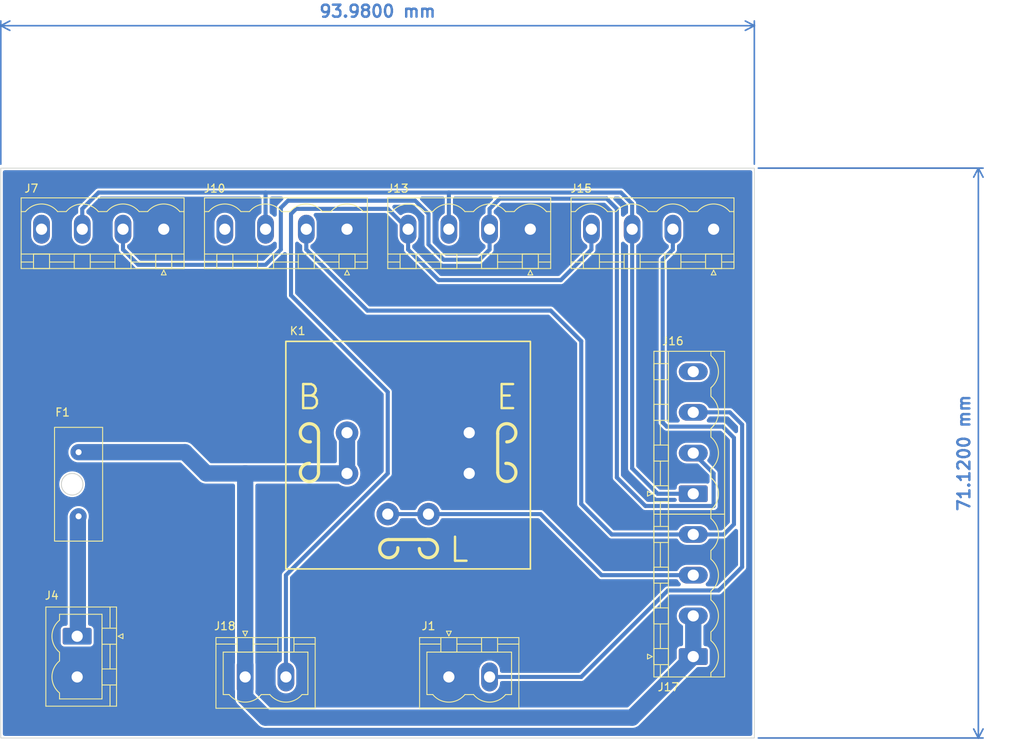
<source format=kicad_pcb>
(kicad_pcb (version 20211014) (generator pcbnew)

  (general
    (thickness 1.6)
  )

  (paper "A4")
  (layers
    (0 "F.Cu" signal)
    (31 "B.Cu" signal)
    (32 "B.Adhes" user "B.Adhesive")
    (33 "F.Adhes" user "F.Adhesive")
    (34 "B.Paste" user)
    (35 "F.Paste" user)
    (36 "B.SilkS" user "B.Silkscreen")
    (37 "F.SilkS" user "F.Silkscreen")
    (38 "B.Mask" user)
    (39 "F.Mask" user)
    (40 "Dwgs.User" user "User.Drawings")
    (41 "Cmts.User" user "User.Comments")
    (42 "Eco1.User" user "User.Eco1")
    (43 "Eco2.User" user "User.Eco2")
    (44 "Edge.Cuts" user)
    (45 "Margin" user)
    (46 "B.CrtYd" user "B.Courtyard")
    (47 "F.CrtYd" user "F.Courtyard")
    (48 "B.Fab" user)
    (49 "F.Fab" user)
    (50 "User.1" user)
    (51 "User.2" user)
    (52 "User.3" user)
    (53 "User.4" user)
    (54 "User.5" user)
    (55 "User.6" user)
    (56 "User.7" user)
    (57 "User.8" user)
    (58 "User.9" user)
  )

  (setup
    (stackup
      (layer "F.SilkS" (type "Top Silk Screen"))
      (layer "F.Paste" (type "Top Solder Paste"))
      (layer "F.Mask" (type "Top Solder Mask") (thickness 0.01))
      (layer "F.Cu" (type "copper") (thickness 0.035))
      (layer "dielectric 1" (type "core") (thickness 1.51) (material "FR4") (epsilon_r 4.5) (loss_tangent 0.02))
      (layer "B.Cu" (type "copper") (thickness 0.035))
      (layer "B.Mask" (type "Bottom Solder Mask") (thickness 0.01))
      (layer "B.Paste" (type "Bottom Solder Paste"))
      (layer "B.SilkS" (type "Bottom Silk Screen"))
      (copper_finish "None")
      (dielectric_constraints no)
    )
    (pad_to_mask_clearance 0)
    (pcbplotparams
      (layerselection 0x00010e0_ffffffff)
      (disableapertmacros false)
      (usegerberextensions false)
      (usegerberattributes true)
      (usegerberadvancedattributes true)
      (creategerberjobfile true)
      (svguseinch false)
      (svgprecision 6)
      (excludeedgelayer true)
      (plotframeref false)
      (viasonmask false)
      (mode 1)
      (useauxorigin false)
      (hpglpennumber 1)
      (hpglpenspeed 20)
      (hpglpendiameter 15.000000)
      (dxfpolygonmode true)
      (dxfimperialunits true)
      (dxfusepcbnewfont true)
      (psnegative false)
      (psa4output false)
      (plotreference true)
      (plotvalue true)
      (plotinvisibletext false)
      (sketchpadsonfab false)
      (subtractmaskfromsilk false)
      (outputformat 1)
      (mirror false)
      (drillshape 0)
      (scaleselection 1)
      (outputdirectory "")
    )
  )

  (net 0 "")
  (net 1 "GND1")
  (net 2 "Net-(F1-Pad2)")
  (net 3 "Net-(J13-Pad2)")
  (net 4 "Net-(J10-Pad2)")
  (net 5 "unconnected-(J7-Pad4)")
  (net 6 "unconnected-(J10-Pad4)")
  (net 7 "Net-(J10-Pad3)")
  (net 8 "Net-(J13-Pad4)")
  (net 9 "Net-(J1-Pad2)")
  (net 10 "Net-(J16-Pad3)")
  (net 11 "unconnected-(J17-Pad4)")
  (net 12 "/12V_5A")

  (footprint "circuit:Littelfuse_FuseHolder_FL1_178.6764.0001" (layer "F.Cu") (at 98.6 80.09 -90))

  (footprint "Connector_Phoenix_MSTB:PhoenixContact_MSTBVA_2,5_2-G-5,08_1x02_P5.08mm_Vertical" (layer "F.Cu") (at 98.425 99.06 -90))

  (footprint "circuit:Generic_HeaderSocket_1x04_P5.08mm_Vertical_Open" (layer "F.Cu") (at 154.94 48.26 180))

  (footprint "circuit:Generic_HeaderSocket_1x04_P5.08mm_Vertical_Open" (layer "F.Cu") (at 177.8 48.26 180))

  (footprint "circuit:Generic_HeaderSocket_1x04_P5.08mm_Vertical_Open" (layer "F.Cu") (at 109.22 48.26 180))

  (footprint "circuit:Generic_HeaderSocket_1x04_P5.08mm_Vertical_Open" (layer "F.Cu") (at 175.26 101.6 90))

  (footprint "circuit:CF13JL-02" (layer "F.Cu") (at 139.7 81.28 180))

  (footprint "Connector_Phoenix_MSTB:PhoenixContact_MSTBVA_2,5_2-G-5,08_1x02_P5.08mm_Vertical" (layer "F.Cu") (at 144.78 104.14))

  (footprint "Connector_Phoenix_MSTB:PhoenixContact_MSTBVA_2,5_2-G-5,08_1x02_P5.08mm_Vertical" (layer "F.Cu") (at 119.38 104.14))

  (footprint "circuit:Generic_HeaderSocket_1x04_P5.08mm_Vertical_Open" (layer "F.Cu") (at 175.26 81.28 90))

  (footprint "circuit:Generic_HeaderSocket_1x04_P5.08mm_Vertical_Open" (layer "F.Cu") (at 132.08 48.26 180))

  (gr_rect (start 88.9 40.64) (end 182.88 111.76) (layer "Edge.Cuts") (width 0.1) (fill none) (tstamp baf93642-2aff-4fc6-b370-4199fa085aee))
  (dimension (type aligned) (layer "B.Cu") (tstamp 6e881731-b0ec-403c-8613-a19541dab5d9)
    (pts (xy 88.9 40.64) (xy 182.88 40.64))
    (height -17.78)
    (gr_text "93.9800 mm" (at 135.89 21.06) (layer "B.Cu") (tstamp 6e881731-b0ec-403c-8613-a19541dab5d9)
      (effects (font (size 1.5 1.5) (thickness 0.3)))
    )
    (format (units 3) (units_format 1) (precision 4))
    (style (thickness 0.2) (arrow_length 1.27) (text_position_mode 0) (extension_height 0.58642) (extension_offset 0.5) keep_text_aligned)
  )
  (dimension (type aligned) (layer "B.Cu") (tstamp af1f4209-9a36-4fb6-a68b-7dfdf35ca243)
    (pts (xy 182.88 40.64) (xy 182.88 111.76))
    (height -27.94)
    (gr_text "71.1200 mm" (at 209.02 76.2 90) (layer "B.Cu") (tstamp af1f4209-9a36-4fb6-a68b-7dfdf35ca243)
      (effects (font (size 1.5 1.5) (thickness 0.3)))
    )
    (format (units 3) (units_format 1) (precision 4))
    (style (thickness 0.2) (arrow_length 1.27) (text_position_mode 0) (extension_height 0.58642) (extension_offset 0.5) keep_text_aligned)
  )

  (segment (start 98.51 99.06) (end 98.51 84.18) (width 2.032) (layer "B.Cu") (net 2) (tstamp 83e40058-3df9-4fdb-9b6d-568ad546d96b))
  (segment (start 98.51 84.18) (end 98.6 84.09) (width 2.032) (layer "B.Cu") (net 2) (tstamp b11b994d-4902-4c6f-8069-32f4d46c1c7c))
  (segment (start 165.735 45.72) (end 164.465 44.45) (width 0.508) (layer "B.Cu") (net 3) (tstamp 0327b068-4c7d-4e98-8320-55acb6dac0d6))
  (segment (start 123.825 50.8) (end 121.92 52.705) (width 0.508) (layer "B.Cu") (net 3) (tstamp 08ab319b-e043-44c0-8976-9684dda2e7c0))
  (segment (start 144.145 52.07) (end 142.24 50.165) (width 0.508) (layer "B.Cu") (net 3) (tstamp 275a647b-b21b-4607-97aa-9040c7771074))
  (segment (start 165.735 79.248) (end 165.735 45.72) (width 0.508) (layer "B.Cu") (net 3) (tstamp 34e04f39-12db-4466-bb34-c312a14550f1))
  (segment (start 149.86 50.8) (end 148.59 52.07) (width 0.508) (layer "B.Cu") (net 3) (tstamp 361eb893-64cb-43f5-9e68-924fc44d0b92))
  (segment (start 149.86 48.26) (end 149.86 50.8) (width 0.508) (layer "B.Cu") (net 3) (tstamp 38fdb194-bbdc-4d63-8d56-784aeb79dd12))
  (segment (start 175.26 76.2) (end 177.8 78.74) (width 0.508) (layer "B.Cu") (net 3) (tstamp 4c8ff652-e9e1-49e4-9b39-52f321a07e45))
  (segment (start 121.92 52.705) (end 106.045 52.705) (width 0.508) (layer "B.Cu") (net 3) (tstamp 56eee566-be48-413c-9958-ca65e5287036))
  (segment (start 104.14 50.8) (end 104.14 48.26) (width 0.508) (layer "B.Cu") (net 3) (tstamp 775c2828-e301-4ae3-a368-d8bcf1f8e635))
  (segment (start 106.045 52.705) (end 104.14 50.8) (width 0.508) (layer "B.Cu") (net 3) (tstamp 8170d247-7060-4495-b58b-bec0ef5b5769))
  (segment (start 177.8 82.804) (end 169.291 82.804) (width 0.508) (layer "B.Cu") (net 3) (tstamp 83559fa6-e62f-49ef-9c12-2f3273736f60))
  (segment (start 151.13 44.45) (end 149.86 45.72) (width 0.508) (layer "B.Cu") (net 3) (tstamp 846844ba-f318-47b7-aae2-a66db7b4ee3f))
  (segment (start 123.825 45.593) (end 123.825 50.8) (width 0.508) (layer "B.Cu") (net 3) (tstamp 856f4cd5-2384-4f47-b253-232d559d491d))
  (segment (start 140.589 44.704) (end 124.714 44.704) (width 0.508) (layer "B.Cu") (net 3) (tstamp 8d013781-1a11-4ef6-9d51-4865f96877d7))
  (segment (start 169.291 82.804) (end 165.735 79.248) (width 0.508) (layer "B.Cu") (net 3) (tstamp 90c6543f-6965-4dd2-902e-1b41873e1880))
  (segment (start 142.24 46.355) (end 140.589 44.704) (width 0.508) (layer "B.Cu") (net 3) (tstamp a2933ae6-9e9b-48cc-b309-3a0b583edd93))
  (segment (start 124.714 44.704) (end 123.825 45.593) (width 0.508) (layer "B.Cu") (net 3) (tstamp a9158555-73ad-4f29-91ef-ac377aed634b))
  (segment (start 148.59 52.07) (end 144.145 52.07) (width 0.508) (layer "B.Cu") (net 3) (tstamp cd843815-33c1-4ade-b956-1595b057136b))
  (segment (start 177.8 78.74) (end 177.8 82.804) (width 0.508) (layer "B.Cu") (net 3) (tstamp d1ce9ef3-c548-4e75-bc03-9376f4622a15))
  (segment (start 142.24 50.165) (end 142.24 46.355) (width 0.508) (layer "B.Cu") (net 3) (tstamp d80381e0-1e1a-406d-a3dd-820b9698039f))
  (segment (start 164.465 44.45) (end 151.13 44.45) (width 0.508) (layer "B.Cu") (net 3) (tstamp f8c2c0d8-df08-432f-9866-583724415f3d))
  (segment (start 149.86 45.72) (end 149.86 48.26) (width 0.508) (layer "B.Cu") (net 3) (tstamp febc6cf7-6185-4d84-b810-e862eef83e61))
  (segment (start 171.958 72.898) (end 178.943 72.898) (width 0.508) (layer "B.Cu") (net 4) (tstamp 22806403-fa9f-4405-957e-9a20fbe736ea))
  (segment (start 161.29 62.23) (end 161.29 82.55) (width 0.508) (layer "B.Cu") (net 4) (tstamp 41128042-e32d-425e-bd5e-799206c9bbce))
  (segment (start 180.34 85.09) (end 179.07 86.36) (width 0.508) (layer "B.Cu") (net 4) (tstamp 4b53f9c9-a1f7-4916-b263-83adb3420eb4))
  (segment (start 127 50.8) (end 134.62 58.42) (width 0.508) (layer "B.Cu") (net 4) (tstamp 5bad393d-458f-4753-bea8-387b495d75f7))
  (segment (start 165.1 86.36) (end 175.26 86.36) (width 0.508) (layer "B.Cu") (net 4) (tstamp 61636ac5-a950-48be-b1ea-f251f0bdb566))
  (segment (start 134.62 58.42) (end 157.48 58.42) (width 0.508) (layer "B.Cu") (net 4) (tstamp 68dcf5b4-df45-48dd-9db1-d89424939a49))
  (segment (start 171.45 72.39) (end 171.958 72.898) (width 0.508) (layer "B.Cu") (net 4) (tstamp 71520d9c-5c7d-4779-a108-9a64e361f0b8))
  (segment (start 180.34 74.295) (end 180.34 85.09) (width 0.508) (layer "B.Cu") (net 4) (tstamp 7ae9341c-98d5-4456-bc1b-16ad7ece35d4))
  (segment (start 161.29 82.55) (end 165.1 86.36) (width 0.508) (layer "B.Cu") (net 4) (tstamp 7d03d341-7347-48c5-9de7-107e6886fa76))
  (segment (start 179.07 86.36) (end 175.26 86.36) (width 0.508) (layer "B.Cu") (net 4) (tstamp 8025555e-5f03-4268-a287-6136581969d0))
  (segment (start 171.45 52.07) (end 171.45 72.39) (width 0.508) (layer "B.Cu") (net 4) (tstamp 89596bf3-654b-4aa7-bad7-e2adf65ae120))
  (segment (start 172.72 48.26) (end 172.72 50.8) (width 0.508) (layer "B.Cu") (net 4) (tstamp b5b1acd1-f586-488a-a917-982d314fd2ef))
  (segment (start 178.943 72.898) (end 180.34 74.295) (width 0.508) (layer "B.Cu") (net 4) (tstamp c812c634-7ad3-4d59-b0f0-1ac8749d31a8))
  (segment (start 157.48 58.42) (end 161.29 62.23) (width 0.508) (layer "B.Cu") (net 4) (tstamp d86e911f-531a-489c-a0aa-c187509dfcd3))
  (segment (start 127 48.26) (end 127 50.8) (width 0.508) (layer "B.Cu") (net 4) (tstamp eb475801-6316-49b7-902b-9d45fc60de38))
  (segment (start 172.72 50.8) (end 171.45 52.07) (width 0.508) (layer "B.Cu") (net 4) (tstamp f6b88316-aecb-49e9-bb05-971331a21f16))
  (segment (start 170.815 81.28) (end 175.26 81.28) (width 0.508) (layer "B.Cu") (net 7) (tstamp 0c5feab3-49d0-4313-97e9-0a7bf5087335))
  (segment (start 167.64 48.26) (end 167.64 78.105) (width 0.508) (layer "B.Cu") (net 7) (tstamp 2f83732a-7a57-4462-9ead-8bedb4af7157))
  (segment (start 144.78 48.26) (end 144.78 43.688) (width 0.508) (layer "B.Cu") (net 7) (tstamp 57cd8fd9-1329-4d62-9144-5e89e8d102f8))
  (segment (start 99.06 45.72) (end 101.092 43.688) (width 0.508) (layer "B.Cu") (net 7) (tstamp 5a5e5b3f-28ee-4309-ade3-56c4a5176ecb))
  (segment (start 144.78 43.688) (end 121.92 43.688) (width 0.508) (layer "B.Cu") (net 7) (tstamp 85ce6f67-0fa9-44bd-80eb-73e907683c7a))
  (segment (start 167.64 78.105) (end 170.815 81.28) (width 0.508) (layer "B.Cu") (net 7) (tstamp a7a537cb-fc24-4979-acec-8372ec17246d))
  (segment (start 99.06 48.26) (end 99.06 45.72) (width 0.508) (layer "B.Cu") (net 7) (tstamp b4bc2af3-8965-4ff7-b786-da487fbdf10f))
  (segment (start 101.092 43.688) (end 121.92 43.688) (width 0.508) (layer "B.Cu") (net 7) (tstamp c46de116-60f2-4529-932b-9cfc76bde2f0))
  (segment (start 167.64 48.26) (end 167.64 45.085) (width 0.508) (layer "B.Cu") (net 7) (tstamp c96b642b-ca67-4115-963b-a9d88b80498c))
  (segment (start 166.243 43.688) (end 144.78 43.688) (width 0.508) (layer "B.Cu") (net 7) (tstamp e028f8aa-cddc-44fe-a1c6-562250e2a91e))
  (segment (start 121.92 48.26) (end 121.92 43.688) (width 0.508) (layer "B.Cu") (net 7) (tstamp ea1bc124-271f-475b-9f8b-b673277c5436))
  (segment (start 167.64 45.085) (end 166.243 43.688) (width 0.508) (layer "B.Cu") (net 7) (tstamp ea76e44d-e95e-48ce-b12b-cdc8e9584e40))
  (segment (start 139.7 48.26) (end 139.7 50.8) (width 0.508) (layer "B.Cu") (net 8) (tstamp 035851ed-370f-4c2f-9967-d14ed2400607))
  (segment (start 125.73 45.72) (end 137.16 45.72) (width 0.508) (layer "B.Cu") (net 8) (tstamp 42d53081-e50e-42cd-aacb-0aab568a9cea))
  (segment (start 125.095 56.515) (end 125.095 46.355) (width 0.508) (layer "B.Cu") (net 8) (tstamp 62d467cd-5685-49fe-b0dd-3b5be75f8ffd))
  (segment (start 125.095 46.355) (end 125.73 45.72) (width 0.508) (layer "B.Cu") (net 8) (tstamp 68b95fe5-4657-4aed-82c1-ec836bc70443))
  (segment (start 137.16 78.74) (end 137.16 68.58) (width 0.508) (layer "B.Cu") (net 8) (tstamp 6bf27104-1588-4f39-a907-37411f93ec5c))
  (segment (start 124.46 91.44) (end 137.16 78.74) (width 0.508) (layer "B.Cu") (net 8) (tstamp 98669dc9-091d-4b79-90fb-5dd2b45bf388))
  (segment (start 158.75 54.61) (end 162.56 50.8) (width 0.508) (layer "B.Cu") (net 8) (tstamp cb1b700e-b974-463c-a0e5-42a05ae323a0))
  (segment (start 124.46 104.14) (end 124.46 91.44) (width 0.508) (layer "B.Cu") (net 8) (tstamp d1dbb822-831a-40c5-806e-ad0ca403ad19))
  (segment (start 143.51 54.61) (end 158.75 54.61) (width 0.508) (layer "B.Cu") (net 8) (tstamp d4ff7244-ad81-445c-8828-90784f7dfe1c))
  (segment (start 162.56 50.8) (end 162.56 48.26) (width 0.508) (layer "B.Cu") (net 8) (tstamp d574a83e-38b6-4477-ada3-cdb971e84822))
  (segment (start 137.16 45.72) (end 139.7 48.26) (width 0.508) (layer "B.Cu") (net 8) (tstamp e0231a36-f91f-4dbd-ac04-dd02f49ce6c2))
  (segment (start 137.16 68.58) (end 125.095 56.515) (width 0.508) (layer "B.Cu") (net 8) (tstamp e31b825e-63c4-4ae1-b2f9-f010d2f97d9b))
  (segment (start 139.7 50.8) (end 143.51 54.61) (width 0.508) (layer "B.Cu") (net 8) (tstamp e74e494e-dcc4-418b-a0de-37eacbf8edec))
  (segment (start 179.832 71.12) (end 181.356 72.644) (width 0.508) (layer "B.Cu") (net 9) (tstamp 1ee408c8-9501-4f49-a794-6a73b6b260ac))
  (segment (start 181.356 90.424) (end 178.435 93.345) (width 0.508) (layer "B.Cu") (net 9) (tstamp 60b04837-819a-4aa9-b519-e6525f655517))
  (segment (start 161.29 104.14) (end 149.86 104.14) (width 0.508) (layer "B.Cu") (net 9) (tstamp 73b44a80-dcbd-444f-8170-075866e83468))
  (segment (start 175.26 71.12) (end 179.832 71.12) (width 0.508) (layer "B.Cu") (net 9) (tstamp 7968c09b-b695-414e-93f4-6879d6b22664))
  (segment (start 178.435 93.345) (end 172.085 93.345) (width 0.508) (layer "B.Cu") (net 9) (tstamp b9002fa7-93e6-41b6-a347-c353fd935317))
  (segment (start 172.085 93.345) (end 161.29 104.14) (width 0.508) (layer "B.Cu") (net 9) (tstamp c886c39e-2f9f-4851-878b-cbb1c3763cfd))
  (segment (start 181.356 72.644) (end 181.356 90.424) (width 0.508) (layer "B.Cu") (net 9) (tstamp d9f14d57-5302-425d-a833-3caa3990a0da))
  (segment (start 142.24 83.82) (end 156.21 83.82) (width 0.508) (layer "B.Cu") (net 10) (tstamp 166e3727-ea13-4078-9587-ebae07917d46))
  (segment (start 156.21 83.82) (end 163.83 91.44) (width 0.508) (layer "B.Cu") (net 10) (tstamp 3db6f99b-cc98-4688-9cfd-8cc4b9de457f))
  (segment (start 137.16 83.82) (end 142.24 83.82) (width 0.508) (layer "B.Cu") (net 10) (tstamp 7ef2ad13-0397-4b3f-9952-ae58453dcf25))
  (segment (start 163.83 91.44) (end 175.26 91.44) (width 0.508) (layer "B.Cu") (net 10) (tstamp 8faf1bd2-a428-47ff-b908-13272a0e14a6))
  (segment (start 175.26 96.52) (end 175.26 101.6) (width 2.032) (layer "B.Cu") (net 12) (tstamp 1529d261-cfdd-469d-8c77-a3baac5fe65c))
  (segment (start 111.87 76.09) (end 98.6 76.09) (width 2.032) (layer "B.Cu") (net 12) (tstamp 1d006995-ecf6-40bc-9ccd-8f6f85e0c2cf))
  (segment (start 119.38 106.68) (end 121.92 109.22) (width 2.032) (layer "B.Cu") (net 12) (tstamp 1ef481e5-7b58-4d2f-b4d6-abedb3b2a446))
  (segment (start 114.52 78.74) (end 119.38 78.74) (width 2.032) (layer "B.Cu") (net 12) (tstamp 21866b86-b407-4890-99ba-c005987b61c4))
  (segment (start 121.92 109.22) (end 167.64 109.22) (width 2.032) (layer "B.Cu") (net 12) (tstamp 5225d2fe-df37-4801-955e-1139c3a36848))
  (segment (start 119.38 104.14) (end 119.38 78.74) (width 2.032) (layer "B.Cu") (net 12) (tstamp 59fe66d1-b624-4e01-8135-43750068eb8e))
  (segment (start 119.38 78.74) (end 132.08 78.74) (width 2.032) (layer "B.Cu") (net 12) (tstamp 84a46f41-d68f-4cda-ad6b-4896aeade3f1))
  (segment (start 132.08 78.74) (end 132.08 73.66) (width 2.032) (layer "B.Cu") (net 12) (tstamp 900899e4-c083-40a5-8a0f-e1fd21dac507))
  (segment (start 111.87 76.09) (end 114.52 78.74) (width 2.032) (layer "B.Cu") (net 12) (tstamp 933c9c39-c18f-4a8d-8455-cdb273965729))
  (segment (start 167.64 109.22) (end 175.26 101.6) (width 2.032) (layer "B.Cu") (net 12) (tstamp 9473b439-4def-4880-99bc-cc6ddde00412))
  (segment (start 119.38 104.14) (end 119.38 106.68) (width 2.032) (layer "B.Cu") (net 12) (tstamp ff08119c-8c68-451d-9937-3e2276b97834))

  (zone (net 1) (net_name "GND1") (layer "B.Cu") (tstamp c8a69dad-8d20-4ddc-a5c3-56d29cf8532f) (hatch edge 0.508)
    (connect_pads yes (clearance 0.254))
    (min_thickness 0.508) (filled_areas_thickness no)
    (fill yes (thermal_gap 0.508) (thermal_bridge_width 2.5) (island_removal_mode 1) (island_area_min 0))
    (polygon
      (pts
        (xy 182.88 111.76)
        (xy 88.9 111.76)
        (xy 88.9 40.64)
        (xy 182.88 40.64)
      )
    )
    (filled_polygon
      (layer "B.Cu")
      (pts
        (xy 182.469319 40.913758)
        (xy 182.551398 40.968602)
        (xy 182.606242 41.050681)
        (xy 182.6255 41.1475)
        (xy 182.6255 111.2525)
        (xy 182.606242 111.349319)
        (xy 182.551398 111.431398)
        (xy 182.469319 111.486242)
        (xy 182.3725 111.5055)
        (xy 89.4075 111.5055)
        (xy 89.310681 111.486242)
        (xy 89.228602 111.431398)
        (xy 89.173758 111.349319)
        (xy 89.1545 111.2525)
        (xy 89.1545 98.222243)
        (xy 96.3705 98.222243)
        (xy 96.370501 99.897756)
        (xy 96.377202 99.959449)
        (xy 96.427929 100.094765)
        (xy 96.514596 100.210404)
        (xy 96.630235 100.297071)
        (xy 96.647111 100.303398)
        (xy 96.647114 100.303399)
        (xy 96.698761 100.32276)
        (xy 96.765551 100.347798)
        (xy 96.781319 100.349511)
        (xy 96.820429 100.35376)
        (xy 96.820434 100.35376)
        (xy 96.827243 100.3545)
        (xy 96.834096 100.3545)
        (xy 98.4264 100.354499)
        (xy 100.022756 100.354499)
        (xy 100.029547 100.353761)
        (xy 100.029554 100.353761)
        (xy 100.049585 100.351585)
        (xy 100.084449 100.347798)
        (xy 100.151239 100.32276)
        (xy 100.202886 100.303399)
        (xy 100.202889 100.303398)
        (xy 100.219765 100.297071)
        (xy 100.335404 100.210404)
        (xy 100.422071 100.094765)
        (xy 100.472798 99.959449)
        (xy 100.4795 99.897757)
        (xy 100.479499 98.222244)
        (xy 100.472798 98.160551)
        (xy 100.422071 98.025235)
        (xy 100.335404 97.909596)
        (xy 100.219765 97.822929)
        (xy 100.202889 97.816602)
        (xy 100.202886 97.816601)
        (xy 100.151239 97.79724)
        (xy 100.084449 97.772202)
        (xy 100.068681 97.770489)
        (xy 100.02957 97.76624)
        (xy 100.029567 97.76624)
        (xy 100.022757 97.7655)
        (xy 100.018989 97.7655)
        (xy 99.924182 97.741246)
        (xy 99.845189 97.682044)
        (xy 99.794865 97.597119)
        (xy 99.7805 97.513082)
        (xy 99.7805 84.606192)
        (xy 99.795012 84.521739)
        (xy 99.831796 84.417864)
        (xy 99.835559 84.407238)
        (xy 99.872209 84.183425)
        (xy 99.868647 83.95666)
        (xy 99.824984 83.73411)
        (xy 99.820894 83.723619)
        (xy 99.820892 83.723613)
        (xy 99.746698 83.533314)
        (xy 99.742602 83.522808)
        (xy 99.693872 83.443288)
        (xy 99.629987 83.339038)
        (xy 99.629986 83.339036)
        (xy 99.624102 83.329435)
        (xy 99.609018 83.312505)
        (xy 99.480729 83.168516)
        (xy 99.480726 83.168514)
        (xy 99.473232 83.160102)
        (xy 99.367134 83.07691)
        (xy 99.303625 83.027113)
        (xy 99.303623 83.027112)
        (xy 99.294761 83.020163)
        (xy 99.257526 83.000448)
        (xy 99.104286 82.919311)
        (xy 99.104281 82.919309)
        (xy 99.094328 82.914039)
        (xy 98.992532 82.881552)
        (xy 98.889001 82.848511)
        (xy 98.888997 82.84851)
        (xy 98.878271 82.845087)
        (xy 98.867103 82.843617)
        (xy 98.8671 82.843616)
        (xy 98.664593 82.816955)
        (xy 98.66459 82.816955)
        (xy 98.653418 82.815484)
        (xy 98.599023 82.818049)
        (xy 98.438128 82.825637)
        (xy 98.438124 82.825638)
        (xy 98.426877 82.826168)
        (xy 98.415902 82.828682)
        (xy 98.415899 82.828682)
        (xy 98.216788 82.874284)
        (xy 98.205807 82.876799)
        (xy 97.997198 82.965779)
        (xy 97.987787 82.971961)
        (xy 97.829811 83.075731)
        (xy 97.807642 83.090293)
        (xy 97.764593 83.128649)
        (xy 97.682688 83.210554)
        (xy 97.657804 83.232376)
        (xy 97.646553 83.241009)
        (xy 97.638973 83.249339)
        (xy 97.638969 83.249343)
        (xy 97.593193 83.299651)
        (xy 97.584964 83.308277)
        (xy 97.570937 83.322304)
        (xy 97.557336 83.33857)
        (xy 97.555722 83.340501)
        (xy 97.548759 83.348483)
        (xy 97.543235 83.354554)
        (xy 97.493919 83.408752)
        (xy 97.487934 83.418293)
        (xy 97.484519 83.422792)
        (xy 97.472965 83.438695)
        (xy 97.469738 83.443338)
        (xy 97.462514 83.451978)
        (xy 97.456933 83.461763)
        (xy 97.45693 83.461767)
        (xy 97.422141 83.522759)
        (xy 97.416719 83.531821)
        (xy 97.373401 83.600874)
        (xy 97.369199 83.611327)
        (xy 97.366635 83.616359)
        (xy 97.358083 83.63405)
        (xy 97.355731 83.639187)
        (xy 97.350146 83.648978)
        (xy 97.322947 83.725786)
        (xy 97.319202 83.735697)
        (xy 97.293014 83.800843)
        (xy 97.28881 83.811301)
        (xy 97.286524 83.822337)
        (xy 97.284889 83.827754)
        (xy 97.279597 83.846707)
        (xy 97.278201 83.852144)
        (xy 97.274441 83.862762)
        (xy 97.272621 83.873875)
        (xy 97.27262 83.87388)
        (xy 97.261271 83.943189)
        (xy 97.259339 83.953611)
        (xy 97.242819 84.033382)
        (xy 97.242285 84.042644)
        (xy 97.242284 84.042652)
        (xy 97.24158 84.054856)
        (xy 97.240218 84.0672)
        (xy 97.239611 84.07546)
        (xy 97.237791 84.086575)
        (xy 97.237968 84.097835)
        (xy 97.239469 84.1934)
        (xy 97.2395 84.197374)
        (xy 97.2395 97.512501)
        (xy 97.220242 97.60932)
        (xy 97.165398 97.691399)
        (xy 97.083319 97.746243)
        (xy 96.9865 97.765501)
        (xy 96.827244 97.765501)
        (xy 96.820453 97.766239)
        (xy 96.820446 97.766239)
        (xy 96.800415 97.768415)
        (xy 96.765551 97.772202)
        (xy 96.698761 97.79724)
        (xy 96.647114 97.816601)
        (xy 96.647111 97.816602)
        (xy 96.630235 97.822929)
        (xy 96.514596 97.909596)
        (xy 96.427929 98.025235)
        (xy 96.377202 98.160551)
        (xy 96.3705 98.222243)
        (xy 89.1545 98.222243)
        (xy 89.1545 80.09)
        (xy 96.190539 80.09)
        (xy 96.210354 80.341775)
        (xy 96.269312 80.587351)
        (xy 96.36596 80.82068)
        (xy 96.497919 81.036017)
        (xy 96.504372 81.043573)
        (xy 96.504376 81.043578)
        (xy 96.617584 81.176128)
        (xy 96.661939 81.228061)
        (xy 96.669498 81.234517)
        (xy 96.846422 81.385624)
        (xy 96.846427 81.385628)
        (xy 96.853983 81.392081)
        (xy 97.06932 81.52404)
        (xy 97.302649 81.620688)
        (xy 97.548225 81.679646)
        (xy 97.8 81.699461)
        (xy 98.051775 81.679646)
        (xy 98.297351 81.620688)
        (xy 98.53068 81.52404)
        (xy 98.746017 81.392081)
        (xy 98.753573 81.385628)
        (xy 98.753578 81.385624)
        (xy 98.930502 81.234517)
        (xy 98.938061 81.228061)
        (xy 98.982416 81.176128)
        (xy 99.095624 81.043578)
        (xy 99.095628 81.043573)
        (xy 99.102081 81.036017)
        (xy 99.23404 80.82068)
        (xy 99.330688 80.587351)
        (xy 99.389646 80.341775)
        (xy 99.409461 80.09)
        (xy 99.389646 79.838225)
        (xy 99.330688 79.592649)
        (xy 99.23404 79.35932)
        (xy 99.102081 79.143983)
        (xy 99.095628 79.136427)
        (xy 99.095624 79.136422)
        (xy 98.944517 78.959498)
        (xy 98.938061 78.951939)
        (xy 98.884876 78.906515)
        (xy 98.753578 78.794376)
        (xy 98.753573 78.794372)
        (xy 98.746017 78.787919)
        (xy 98.53068 78.65596)
        (xy 98.297351 78.559312)
        (xy 98.051775 78.500354)
        (xy 97.8 78.480539)
        (xy 97.548225 78.500354)
        (xy 97.302649 78.559312)
        (xy 97.06932 78.65596)
        (xy 96.853983 78.787919)
        (xy 96.846427 78.794372)
        (xy 96.846422 78.794376)
        (xy 96.715124 78.906515)
        (xy 96.661939 78.951939)
        (xy 96.655483 78.959498)
        (xy 96.504376 79.136422)
        (xy 96.504372 79.136427)
        (xy 96.497919 79.143983)
        (xy 96.36596 79.35932)
        (xy 96.269312 79.592649)
        (xy 96.210354 79.838225)
        (xy 96.192796 80.061323)
        (xy 96.190539 80.09)
        (xy 89.1545 80.09)
        (xy 89.1545 76.130069)
        (xy 97.324994 76.130069)
        (xy 97.352241 76.355219)
        (xy 97.418927 76.571987)
        (xy 97.424095 76.581999)
        (xy 97.424095 76.582)
        (xy 97.461489 76.654448)
        (xy 97.522946 76.773519)
        (xy 97.661009 76.953447)
        (xy 97.669338 76.961026)
        (xy 97.669341 76.961029)
        (xy 97.820418 77.098498)
        (xy 97.828752 77.106081)
        (xy 97.858475 77.124726)
        (xy 98.011331 77.220613)
        (xy 98.011334 77.220614)
        (xy 98.020874 77.226599)
        (xy 98.231301 77.31119)
        (xy 98.242329 77.313474)
        (xy 98.242333 77.313475)
        (xy 98.327717 77.331157)
        (xy 98.453382 77.357181)
        (xy 98.462651 77.357715)
        (xy 98.462655 77.357716)
        (xy 98.485355 77.359025)
        (xy 98.510944 77.3605)
        (xy 111.238946 77.3605)
        (xy 111.335765 77.379758)
        (xy 111.417844 77.434602)
        (xy 112.485893 78.502652)
        (xy 113.550554 79.567313)
        (xy 113.572374 79.592194)
        (xy 113.581009 79.603447)
        (xy 113.589338 79.611026)
        (xy 113.589341 79.611029)
        (xy 113.63965 79.656806)
        (xy 113.648276 79.665035)
        (xy 113.662304 79.679063)
        (xy 113.67857 79.692664)
        (xy 113.680501 79.694278)
        (xy 113.688483 79.701241)
        (xy 113.704152 79.715498)
        (xy 113.748752 79.756081)
        (xy 113.758293 79.762066)
        (xy 113.762792 79.765481)
        (xy 113.778695 79.777035)
        (xy 113.783338 79.780262)
        (xy 113.791978 79.787486)
        (xy 113.801763 79.793067)
        (xy 113.801767 79.79307)
        (xy 113.862759 79.827859)
        (xy 113.871821 79.833281)
        (xy 113.940874 79.876599)
        (xy 113.951327 79.880801)
        (xy 113.956359 79.883365)
        (xy 113.97405 79.891917)
        (xy 113.979187 79.894269)
        (xy 113.988978 79.899854)
        (xy 114.027587 79.913526)
        (xy 114.065786 79.927053)
        (xy 114.075697 79.930798)
        (xy 114.11236 79.945536)
        (xy 114.151301 79.96119)
        (xy 114.162337 79.963476)
        (xy 114.167754 79.965111)
        (xy 114.186707 79.970403)
        (xy 114.192144 79.971799)
        (xy 114.202762 79.975559)
        (xy 114.213875 79.977379)
        (xy 114.21388 79.97738)
        (xy 114.283189 79.988729)
        (xy 114.293611 79.990661)
        (xy 114.364298 80.0053)
        (xy 114.364301 80.0053)
        (xy 114.373382 80.007181)
        (xy 114.382644 80.007715)
        (xy 114.382652 80.007716)
        (xy 114.394856 80.00842)
        (xy 114.4072 80.009782)
        (xy 114.41546 80.010389)
        (xy 114.426575 80.012209)
        (xy 114.533401 80.010531)
        (xy 114.537374 80.0105)
        (xy 117.8565 80.0105)
        (xy 117.953319 80.029758)
        (xy 118.035398 80.084602)
        (xy 118.090242 80.166681)
        (xy 118.1095 80.2635)
        (xy 118.1095 102.388544)
        (xy 118.098439 102.449552)
        (xy 118.101439 102.450265)
        (xy 118.097769 102.465702)
        (xy 118.092202 102.480551)
        (xy 118.0855 102.542243)
        (xy 118.085501 105.737756)
        (xy 118.092202 105.799449)
        (xy 118.097769 105.814299)
        (xy 118.101439 105.829735)
        (xy 118.098439 105.830448)
        (xy 118.1095 105.891456)
        (xy 118.1095 106.579499)
        (xy 118.107335 106.612521)
        (xy 118.105484 106.626582)
        (xy 118.106015 106.637839)
        (xy 118.109219 106.705778)
        (xy 118.1095 106.717697)
        (xy 118.1095 106.737535)
        (xy 118.111609 106.761161)
        (xy 118.112329 106.771728)
        (xy 118.116168 106.853123)
        (xy 118.118684 106.864108)
        (xy 118.119453 106.869721)
        (xy 118.122518 106.889077)
        (xy 118.123524 106.894669)
        (xy 118.124526 106.905895)
        (xy 118.127501 106.916768)
        (xy 118.146028 106.984493)
        (xy 118.14861 106.994773)
        (xy 118.166799 107.074193)
        (xy 118.171217 107.08455)
        (xy 118.172966 107.089934)
        (xy 118.179426 107.108482)
        (xy 118.181396 107.11378)
        (xy 118.18437 107.124651)
        (xy 118.189219 107.134817)
        (xy 118.189222 107.134825)
        (xy 118.219458 107.198216)
        (xy 118.223818 107.207872)
        (xy 118.251355 107.272431)
        (xy 118.255779 107.282802)
        (xy 118.261969 107.292224)
        (xy 118.264651 107.297227)
        (xy 118.27429 107.314335)
        (xy 118.277157 107.319183)
        (xy 118.282007 107.329351)
        (xy 118.288585 107.338505)
        (xy 118.329549 107.395512)
        (xy 118.335553 107.404247)
        (xy 118.380293 107.472358)
        (xy 118.394605 107.48842)
        (xy 118.40235 107.498089)
        (xy 118.407775 107.504375)
        (xy 118.414351 107.513526)
        (xy 118.422446 107.52137)
        (xy 118.422448 107.521373)
        (xy 118.491047 107.58785)
        (xy 118.493879 107.590637)
        (xy 120.950552 110.04731)
        (xy 120.972371 110.07219)
        (xy 120.981009 110.083447)
        (xy 120.989338 110.091026)
        (xy 120.989341 110.091029)
        (xy 121.039661 110.136816)
        (xy 121.048287 110.145045)
        (xy 121.062304 110.159062)
        (xy 121.066624 110.162674)
        (xy 121.080498 110.174275)
        (xy 121.088481 110.181239)
        (xy 121.148752 110.236081)
        (xy 121.158303 110.242072)
        (xy 121.162788 110.245477)
        (xy 121.178722 110.257054)
        (xy 121.183334 110.26026)
        (xy 121.191977 110.267486)
        (xy 121.201754 110.273063)
        (xy 121.201763 110.273069)
        (xy 121.262778 110.307871)
        (xy 121.271832 110.313289)
        (xy 121.340874 110.356599)
        (xy 121.351335 110.360804)
        (xy 121.356351 110.36336)
        (xy 121.374084 110.371933)
        (xy 121.379182 110.374267)
        (xy 121.388977 110.379854)
        (xy 121.465799 110.407058)
        (xy 121.475687 110.410794)
        (xy 121.551301 110.44119)
        (xy 121.562328 110.443474)
        (xy 121.567718 110.445101)
        (xy 121.586679 110.450394)
        (xy 121.592137 110.451796)
        (xy 121.602762 110.455558)
        (xy 121.613879 110.457378)
        (xy 121.613889 110.457381)
        (xy 121.68318 110.468728)
        (xy 121.693599 110.470659)
        (xy 121.741348 110.480547)
        (xy 121.773382 110.487181)
        (xy 121.782642 110.487715)
        (xy 121.782651 110.487716)
        (xy 121.794855 110.48842)
        (xy 121.807199 110.489782)
        (xy 121.815462 110.490389)
        (xy 121.826575 110.492209)
        (xy 121.933401 110.490531)
        (xy 121.937374 110.4905)
        (xy 167.539499 110.4905)
        (xy 167.572521 110.492665)
        (xy 167.586582 110.494516)
        (xy 167.665778 110.490781)
        (xy 167.677697 110.4905)
        (xy 167.697535 110.4905)
        (xy 167.721184 110.488389)
        (xy 167.731728 110.487671)
        (xy 167.801868 110.484363)
        (xy 167.80187 110.484363)
        (xy 167.813123 110.483832)
        (xy 167.824108 110.481316)
        (xy 167.829721 110.480547)
        (xy 167.849077 110.477482)
        (xy 167.854669 110.476476)
        (xy 167.865895 110.475474)
        (xy 167.944493 110.453972)
        (xy 167.954773 110.45139)
        (xy 168.023212 110.435716)
        (xy 168.023213 110.435716)
        (xy 168.034193 110.433201)
        (xy 168.04455 110.428783)
        (xy 168.049934 110.427034)
        (xy 168.068482 110.420574)
        (xy 168.07378 110.418604)
        (xy 168.084651 110.41563)
        (xy 168.094817 110.410781)
        (xy 168.094825 110.410778)
        (xy 168.158216 110.380542)
        (xy 168.167872 110.376182)
        (xy 168.232431 110.348645)
        (xy 168.232435 110.348643)
        (xy 168.242802 110.344221)
        (xy 168.252224 110.338031)
        (xy 168.257227 110.335349)
        (xy 168.274335 110.32571)
        (xy 168.279183 110.322843)
        (xy 168.289351 110.317993)
        (xy 168.355512 110.270451)
        (xy 168.364247 110.264447)
        (xy 168.424606 110.224799)
        (xy 168.432358 110.219707)
        (xy 168.44842 110.205395)
        (xy 168.458089 110.19765)
        (xy 168.464375 110.192225)
        (xy 168.473526 110.185649)
        (xy 168.484549 110.174275)
        (xy 168.54785 110.108953)
        (xy 168.550637 110.106121)
        (xy 175.688157 102.968601)
        (xy 175.770236 102.913757)
        (xy 175.867055 102.894499)
        (xy 176.857756 102.894499)
        (xy 176.864547 102.893761)
        (xy 176.864554 102.893761)
        (xy 176.884585 102.891585)
        (xy 176.919449 102.887798)
        (xy 176.986239 102.86276)
        (xy 177.037886 102.843399)
        (xy 177.037889 102.843398)
        (xy 177.054765 102.837071)
        (xy 177.170404 102.750404)
        (xy 177.257071 102.634765)
        (xy 177.307798 102.499449)
        (xy 177.3145 102.437757)
        (xy 177.314499 100.762244)
        (xy 177.307798 100.700551)
        (xy 177.257071 100.565235)
        (xy 177.170404 100.449596)
        (xy 177.054765 100.362929)
        (xy 177.037889 100.356602)
        (xy 177.037886 100.356601)
        (xy 176.986239 100.33724)
        (xy 176.919449 100.312202)
        (xy 176.903681 100.310489)
        (xy 176.864571 100.30624)
        (xy 176.864566 100.30624)
        (xy 176.857757 100.3055)
        (xy 176.7835 100.3055)
        (xy 176.686681 100.286242)
        (xy 176.604602 100.231398)
        (xy 176.549758 100.149319)
        (xy 176.5305 100.0525)
        (xy 176.5305 97.870689)
        (xy 176.549758 97.77387)
        (xy 176.604602 97.691791)
        (xy 176.657004 97.651582)
        (xy 176.659701 97.650025)
        (xy 176.669722 97.645352)
        (xy 176.855267 97.515433)
        (xy 177.015433 97.355267)
        (xy 177.021763 97.346227)
        (xy 177.021767 97.346222)
        (xy 177.139019 97.178767)
        (xy 177.145352 97.169723)
        (xy 177.241079 96.964436)
        (xy 177.299704 96.745646)
        (xy 177.319445 96.52)
        (xy 177.299704 96.294354)
        (xy 177.241079 96.075564)
        (xy 177.145352 95.870278)
        (xy 177.015433 95.684733)
        (xy 176.855267 95.524567)
        (xy 176.669722 95.394648)
        (xy 176.464436 95.298921)
        (xy 176.453765 95.296062)
        (xy 176.453763 95.296061)
        (xy 176.392713 95.279703)
        (xy 176.245646 95.240296)
        (xy 176.161612 95.232944)
        (xy 176.082026 95.225981)
        (xy 176.082016 95.225981)
        (xy 176.076523 95.2255)
        (xy 174.443477 95.2255)
        (xy 174.437984 95.225981)
        (xy 174.437974 95.225981)
        (xy 174.358388 95.232944)
        (xy 174.274354 95.240296)
        (xy 174.127287 95.279703)
        (xy 174.066237 95.296061)
        (xy 174.066235 95.296062)
        (xy 174.055564 95.298921)
        (xy 173.850278 95.394648)
        (xy 173.664733 95.524567)
        (xy 173.504567 95.684733)
        (xy 173.498237 95.693773)
        (xy 173.498233 95.693778)
        (xy 173.421596 95.803229)
        (xy 173.374648 95.870277)
        (xy 173.278921 96.075564)
        (xy 173.220296 96.294354)
        (xy 173.200555 96.52)
        (xy 173.220296 96.745646)
        (xy 173.278921 96.964436)
        (xy 173.374648 97.169722)
        (xy 173.504567 97.355267)
        (xy 173.664733 97.515433)
        (xy 173.850278 97.645352)
        (xy 173.860299 97.650025)
        (xy 173.862996 97.651582)
        (xy 173.937215 97.716668)
        (xy 173.980878 97.805203)
        (xy 173.9895 97.870689)
        (xy 173.9895 100.052501)
        (xy 173.970242 100.14932)
        (xy 173.915398 100.231399)
        (xy 173.833319 100.286243)
        (xy 173.7365 100.305501)
        (xy 173.662244 100.305501)
        (xy 173.655453 100.306239)
        (xy 173.655446 100.306239)
        (xy 173.635415 100.308415)
        (xy 173.600551 100.312202)
        (xy 173.533761 100.33724)
        (xy 173.482114 100.356601)
        (xy 173.482111 100.356602)
        (xy 173.465235 100.362929)
        (xy 173.349596 100.449596)
        (xy 173.262929 100.565235)
        (xy 173.212202 100.700551)
        (xy 173.2055 100.762243)
        (xy 173.2055 100.769096)
        (xy 173.205501 101.752945)
        (xy 173.186243 101.849764)
        (xy 173.131399 101.931843)
        (xy 167.187843 107.875398)
        (xy 167.105764 107.930242)
        (xy 167.008945 107.9495)
        (xy 122.551054 107.9495)
        (xy 122.454235 107.930242)
        (xy 122.372156 107.875398)
        (xy 120.724602 106.227843)
        (xy 120.669758 106.145764)
        (xy 120.6505 106.048945)
        (xy 120.6505 105.891456)
        (xy 120.661561 105.830448)
        (xy 120.658561 105.829735)
        (xy 120.662231 105.814298)
        (xy 120.667798 105.799449)
        (xy 120.6745 105.737757)
        (xy 120.674499 102.542244)
        (xy 120.667798 102.480551)
        (xy 120.662231 102.465701)
        (xy 120.658561 102.450265)
        (xy 120.661561 102.449552)
        (xy 120.6505 102.388544)
        (xy 120.6505 80.2635)
        (xy 120.669758 80.166681)
        (xy 120.724602 80.084602)
        (xy 120.806681 80.029758)
        (xy 120.9035 80.0105)
        (xy 130.926678 80.0105)
        (xy 131.023497 80.029758)
        (xy 131.090987 80.071116)
        (xy 131.096941 80.076201)
        (xy 131.096947 80.076205)
        (xy 131.104502 80.082658)
        (xy 131.32655 80.218729)
        (xy 131.335736 80.222534)
        (xy 131.335738 80.222535)
        (xy 131.53217 80.3039)
        (xy 131.56715 80.318389)
        (xy 131.820379 80.379183)
        (xy 132.08 80.399616)
        (xy 132.339621 80.379183)
        (xy 132.59285 80.318389)
        (xy 132.62783 80.3039)
        (xy 132.824262 80.222535)
        (xy 132.824264 80.222534)
        (xy 132.83345 80.218729)
        (xy 133.055498 80.082658)
        (xy 133.253526 79.913526)
        (xy 133.422658 79.715498)
        (xy 133.558729 79.49345)
        (xy 133.567518 79.472233)
        (xy 133.654584 79.262036)
        (xy 133.658389 79.25285)
        (xy 133.719183 78.999621)
        (xy 133.739616 78.74)
        (xy 133.719183 78.480379)
        (xy 133.658389 78.22715)
        (xy 133.590727 78.0638)
        (xy 133.562535 77.995738)
        (xy 133.562534 77.995736)
        (xy 133.558729 77.98655)
        (xy 133.422658 77.764502)
        (xy 133.416205 77.756947)
        (xy 133.416201 77.756941)
        (xy 133.411116 77.750987)
        (xy 133.362882 77.664857)
        (xy 133.3505 77.586678)
        (xy 133.3505 74.813322)
        (xy 133.369758 74.716503)
        (xy 133.411116 74.649013)
        (xy 133.416201 74.643059)
        (xy 133.416205 74.643053)
        (xy 133.422658 74.635498)
        (xy 133.558729 74.41345)
        (xy 133.658389 74.17285)
        (xy 133.719183 73.919621)
        (xy 133.739616 73.66)
        (xy 133.719183 73.400379)
        (xy 133.658389 73.14715)
        (xy 133.558729 72.90655)
        (xy 133.422658 72.684502)
        (xy 133.253526 72.486474)
        (xy 133.055498 72.317342)
        (xy 132.83345 72.181271)
        (xy 132.725364 72.1365)
        (xy 132.602036 72.085416)
        (xy 132.59285 72.081611)
        (xy 132.339621 72.020817)
        (xy 132.08 72.000384)
        (xy 131.820379 72.020817)
        (xy 131.56715 72.081611)
        (xy 131.557964 72.085416)
        (xy 131.434637 72.1365)
        (xy 131.32655 72.181271)
        (xy 131.104502 72.317342)
        (xy 130.906474 72.486474)
        (xy 130.737342 72.684502)
        (xy 130.601271 72.90655)
        (xy 130.501611 73.14715)
        (xy 130.440817 73.400379)
        (xy 130.420384 73.66)
        (xy 130.440817 73.919621)
        (xy 130.501611 74.17285)
        (xy 130.601271 74.41345)
        (xy 130.737342 74.635498)
        (xy 130.743795 74.643053)
        (xy 130.743799 74.643059)
        (xy 130.748884 74.649013)
        (xy 130.797118 74.735143)
        (xy 130.8095 74.813322)
        (xy 130.8095 77.2165)
        (xy 130.790242 77.313319)
        (xy 130.735398 77.395398)
        (xy 130.653319 77.450242)
        (xy 130.5565 77.4695)
        (xy 119.425355 77.4695)
        (xy 119.41079 77.46908)
        (xy 119.339931 77.464994)
        (xy 119.317828 77.467669)
        (xy 119.287447 77.4695)
        (xy 115.151054 77.4695)
        (xy 115.054235 77.450242)
        (xy 114.972156 77.395398)
        (xy 113.931978 76.355219)
        (xy 112.839446 75.262687)
        (xy 112.817626 75.237806)
        (xy 112.815851 75.235493)
        (xy 112.81585 75.235492)
        (xy 112.808991 75.226553)
        (xy 112.800662 75.218974)
        (xy 112.800659 75.218971)
        (xy 112.75035 75.173194)
        (xy 112.741724 75.164965)
        (xy 112.727696 75.150937)
        (xy 112.709499 75.135722)
        (xy 112.701517 75.128759)
        (xy 112.649579 75.0815)
        (xy 112.641248 75.073919)
        (xy 112.631707 75.067934)
        (xy 112.627208 75.064519)
        (xy 112.611305 75.052965)
        (xy 112.606662 75.049738)
        (xy 112.598022 75.042514)
        (xy 112.588237 75.036933)
        (xy 112.588233 75.03693)
        (xy 112.527241 75.002141)
        (xy 112.518179 74.996719)
        (xy 112.449126 74.953401)
        (xy 112.438673 74.949199)
        (xy 112.433641 74.946635)
        (xy 112.41595 74.938083)
        (xy 112.410813 74.935731)
        (xy 112.401022 74.930146)
        (xy 112.324207 74.902945)
        (xy 112.314303 74.899202)
        (xy 112.249157 74.873014)
        (xy 112.249156 74.873014)
        (xy 112.238699 74.86881)
        (xy 112.227663 74.866524)
        (xy 112.222246 74.864889)
        (xy 112.203289 74.859596)
        (xy 112.197856 74.858201)
        (xy 112.187238 74.854441)
        (xy 112.176125 74.852621)
        (xy 112.17612 74.85262)
        (xy 112.106811 74.841271)
        (xy 112.096389 74.839339)
        (xy 112.025702 74.8247)
        (xy 112.025699 74.8247)
        (xy 112.016618 74.822819)
        (xy 112.007356 74.822285)
        (xy 112.007348 74.822284)
        (xy 111.995144 74.82158)
        (xy 111.9828 74.820218)
        (xy 111.97454 74.819611)
        (xy 111.963425 74.817791)
        (xy 111.8566 74.819469)
        (xy 111.852626 74.8195)
        (xy 98.542465 74.8195)
        (xy 98.536868 74.819999)
        (xy 98.536857 74.82)
        (xy 98.437658 74.828854)
        (xy 98.374105 74.834526)
        (xy 98.36323 74.837501)
        (xy 98.301307 74.854441)
        (xy 98.155349 74.89437)
        (xy 98.103013 74.919333)
        (xy 97.968296 74.98359)
        (xy 97.950649 74.992007)
        (xy 97.941502 74.99858)
        (xy 97.9415 74.998581)
        (xy 97.85646 75.059689)
        (xy 97.766474 75.124351)
        (xy 97.758636 75.132439)
        (xy 97.758635 75.13244)
        (xy 97.719142 75.173194)
        (xy 97.608645 75.287217)
        (xy 97.482153 75.475458)
        (xy 97.390993 75.683124)
        (xy 97.33805 75.903651)
        (xy 97.337402 75.914893)
        (xy 97.337401 75.914898)
        (xy 97.333973 75.974354)
        (xy 97.324994 76.130069)
        (xy 89.1545 76.130069)
        (xy 89.1545 49.076523)
        (xy 92.6855 49.076523)
        (xy 92.700296 49.245646)
        (xy 92.758921 49.464436)
        (xy 92.854648 49.669722)
        (xy 92.984567 49.855267)
        (xy 93.144733 50.015433)
        (xy 93.153773 50.021763)
        (xy 93.153778 50.021767)
        (xy 93.215516 50.064996)
        (xy 93.330277 50.145352)
        (xy 93.535564 50.241079)
        (xy 93.546235 50.243938)
        (xy 93.546237 50.243939)
        (xy 93.573287 50.251187)
        (xy 93.754354 50.299704)
        (xy 93.98 50.319445)
        (xy 94.205646 50.299704)
        (xy 94.386713 50.251187)
        (xy 94.413763 50.243939)
        (xy 94.413765 50.243938)
        (xy 94.424436 50.241079)
        (xy 94.629722 50.145352)
        (xy 94.815267 50.015433)
        (xy 94.975433 49.855267)
        (xy 95.105352 49.669722)
        (xy 95.201079 49.464436)
        (xy 95.259704 49.245646)
        (xy 95.2745 49.076523)
        (xy 97.7655 49.076523)
        (xy 97.780296 49.245646)
        (xy 97.838921 49.464436)
        (xy 97.934648 49.669722)
        (xy 98.064567 49.855267)
        (xy 98.224733 50.015433)
        (xy 98.233773 50.021763)
        (xy 98.233778 50.021767)
        (xy 98.295516 50.064996)
        (xy 98.410277 50.145352)
        (xy 98.615564 50.241079)
        (xy 98.626235 50.243938)
        (xy 98.626237 50.243939)
        (xy 98.653287 50.251187)
        (xy 98.834354 50.299704)
        (xy 99.06 50.319445)
        (xy 99.285646 50.299704)
        (xy 99.466713 50.251187)
        (xy 99.493763 50.243939)
        (xy 99.493765 50.243938)
        (xy 99.504436 50.241079)
        (xy 99.709722 50.145352)
        (xy 99.895267 50.015433)
        (xy 100.055433 49.855267)
        (xy 100.185352 49.669722)
        (xy 100.281079 49.464436)
        (xy 100.339704 49.245646)
        (xy 100.3545 49.076523)
        (xy 100.3545 47.443477)
        (xy 100.339704 47.274354)
        (xy 100.281079 47.055564)
        (xy 100.185352 46.850278)
        (xy 100.055433 46.664733)
        (xy 99.895267 46.504567)
        (xy 99.886227 46.498237)
        (xy 99.886222 46.498233)
        (xy 99.772962 46.418928)
        (xy 99.709723 46.374648)
        (xy 99.699713 46.36998)
        (xy 99.695003 46.367261)
        (xy 99.620784 46.302175)
        (xy 99.577122 46.21364)
        (xy 99.5685 46.148155)
        (xy 99.5685 46.035423)
        (xy 99.587758 45.938604)
        (xy 99.642602 45.856525)
        (xy 101.228525 44.270602)
        (xy 101.310604 44.215758)
        (xy 101.407423 44.1965)
        (xy 121.1585 44.1965)
        (xy 121.255319 44.215758)
        (xy 121.337398 44.270602)
        (xy 121.392242 44.352681)
        (xy 121.4115 44.4495)
        (xy 121.4115 46.148155)
        (xy 121.392242 46.244974)
        (xy 121.337398 46.327053)
        (xy 121.285002 46.367258)
        (xy 121.280284 46.369982)
        (xy 121.270278 46.374648)
        (xy 121.084733 46.504567)
        (xy 120.924567 46.664733)
        (xy 120.794648 46.850278)
        (xy 120.698921 47.055564)
        (xy 120.640296 47.274354)
        (xy 120.6255 47.443477)
        (xy 120.6255 49.076523)
        (xy 120.640296 49.245646)
        (xy 120.698921 49.464436)
        (xy 120.794648 49.669722)
        (xy 120.924567 49.855267)
        (xy 121.084733 50.015433)
        (xy 121.093773 50.021763)
        (xy 121.093778 50.021767)
        (xy 121.155516 50.064996)
        (xy 121.270277 50.145352)
        (xy 121.475564 50.241079)
        (xy 121.486235 50.243938)
        (xy 121.486237 50.243939)
        (xy 121.513287 50.251187)
        (xy 121.694354 50.299704)
        (xy 121.92 50.319445)
        (xy 122.145646 50.299704)
        (xy 122.326713 50.251187)
        (xy 122.353763 50.243939)
        (xy 122.353765 50.243938)
        (xy 122.364436 50.241079)
        (xy 122.569722 50.145352)
        (xy 122.755267 50.015433)
        (xy 122.884602 49.886098)
        (xy 122.966681 49.831254)
        (xy 123.0635 49.811996)
        (xy 123.160319 49.831254)
        (xy 123.242398 49.886098)
        (xy 123.297242 49.968177)
        (xy 123.3165 50.064996)
        (xy 123.3165 50.484577)
        (xy 123.297242 50.581396)
        (xy 123.242398 50.663475)
        (xy 121.783475 52.122398)
        (xy 121.701396 52.177242)
        (xy 121.604577 52.1965)
        (xy 106.360423 52.1965)
        (xy 106.263604 52.177242)
        (xy 106.181525 52.122398)
        (xy 104.722602 50.663475)
        (xy 104.667758 50.581396)
        (xy 104.6485 50.484577)
        (xy 104.6485 50.371845)
        (xy 104.667758 50.275026)
        (xy 104.722602 50.192947)
        (xy 104.774998 50.152742)
        (xy 104.779716 50.150018)
        (xy 104.789722 50.145352)
        (xy 104.975267 50.015433)
        (xy 105.135433 49.855267)
        (xy 105.265352 49.669722)
        (xy 105.361079 49.464436)
        (xy 105.419704 49.245646)
        (xy 105.4345 49.076523)
        (xy 115.5455 49.076523)
        (xy 115.560296 49.245646)
        (xy 115.618921 49.464436)
        (xy 115.714648 49.669722)
        (xy 115.844567 49.855267)
        (xy 116.004733 50.015433)
        (xy 116.013773 50.021763)
        (xy 116.013778 50.021767)
        (xy 116.075516 50.064996)
        (xy 116.190277 50.145352)
        (xy 116.395564 50.241079)
        (xy 116.406235 50.243938)
        (xy 116.406237 50.243939)
        (xy 116.433287 50.251187)
        (xy 116.614354 50.299704)
        (xy 116.84 50.319445)
        (xy 117.065646 50.299704)
        (xy 117.246713 50.251187)
        (xy 117.273763 50.243939)
        (xy 117.273765 50.243938)
        (xy 117.284436 50.241079)
        (xy 117.489722 50.145352)
        (xy 117.675267 50.015433)
        (xy 117.835433 49.855267)
        (xy 117.965352 49.669722)
        (xy 118.061079 49.464436)
        (xy 118.119704 49.245646)
        (xy 118.1345 49.076523)
        (xy 118.1345 47.443477)
        (xy 118.119704 47.274354)
        (xy 118.061079 47.055564)
        (xy 117.965352 46.850278)
        (xy 117.835433 46.664733)
        (xy 117.675267 46.504567)
        (xy 117.666227 46.498237)
        (xy 117.666222 46.498233)
        (xy 117.552962 46.418928)
        (xy 117.489723 46.374648)
        (xy 117.284436 46.278921)
        (xy 117.273765 46.276062)
        (xy 117.273763 46.276061)
        (xy 117.212713 46.259703)
        (xy 117.065646 46.220296)
        (xy 116.84 46.200555)
        (xy 116.614354 46.220296)
        (xy 116.467287 46.259703)
        (xy 116.406237 46.276061)
        (xy 116.406235 46.276062)
        (xy 116.395564 46.278921)
        (xy 116.190278 46.374648)
        (xy 116.004733 46.504567)
        (xy 115.844567 46.664733)
        (xy 115.714648 46.850278)
        (xy 115.618921 47.055564)
        (xy 115.560296 47.274354)
        (xy 115.5455 47.443477)
        (xy 115.5455 49.076523)
        (xy 105.4345 49.076523)
        (xy 105.4345 47.443477)
        (xy 105.419704 47.274354)
        (xy 105.361079 47.055564)
        (xy 105.265352 46.850278)
        (xy 105.135433 46.664733)
        (xy 104.975267 46.504567)
        (xy 104.966227 46.498237)
        (xy 104.966222 46.498233)
        (xy 104.852962 46.418928)
        (xy 104.789723 46.374648)
        (xy 104.584436 46.278921)
        (xy 104.573765 46.276062)
        (xy 104.573763 46.276061)
        (xy 104.512713 46.259703)
        (xy 104.365646 46.220296)
        (xy 104.14 46.200555)
        (xy 103.914354 46.220296)
        (xy 103.767287 46.259703)
        (xy 103.706237 46.276061)
        (xy 103.706235 46.276062)
        (xy 103.695564 46.278921)
        (xy 103.490278 46.374648)
        (xy 103.304733 46.504567)
        (xy 103.144567 46.664733)
        (xy 103.014648 46.850278)
        (xy 102.918921 47.055564)
        (xy 102.860296 47.274354)
        (xy 102.8455 47.443477)
        (xy 102.8455 49.076523)
        (xy 102.860296 49.245646)
        (xy 102.918921 49.464436)
        (xy 103.014648 49.669722)
        (xy 103.144567 49.855267)
        (xy 103.304733 50.015433)
        (xy 103.313773 50.021763)
        (xy 103.313778 50.021767)
        (xy 103.375516 50.064996)
        (xy 103.490277 50.145352)
        (xy 103.500287 50.15002)
        (xy 103.504997 50.152739)
        (xy 103.579216 50.217825)
        (xy 103.622878 50.30636)
        (xy 103.6315 50.371845)
        (xy 103.6315 50.736074)
        (xy 103.631162 50.744501)
        (xy 103.627926 50.7588)
        (xy 103.629042 50.776787)
        (xy 103.631015 50.808591)
        (xy 103.6315 50.824257)
        (xy 103.6315 50.836513)
        (xy 103.632776 50.845428)
        (xy 103.63311 50.85011)
        (xy 103.634329 50.86202)
        (xy 103.636945 50.904177)
        (xy 103.643065 50.921129)
        (xy 103.643268 50.922109)
        (xy 103.643559 50.923773)
        (xy 103.644086 50.925387)
        (xy 103.644364 50.926339)
        (xy 103.64692 50.944187)
        (xy 103.65438 50.960595)
        (xy 103.654381 50.960597)
        (xy 103.664402 50.982636)
        (xy 103.67206 51.001447)
        (xy 103.686404 51.041181)
        (xy 103.697034 51.055732)
        (xy 103.697514 51.056635)
        (xy 103.698253 51.058135)
        (xy 103.699203 51.059524)
        (xy 103.699749 51.060377)
        (xy 103.707208 51.076782)
        (xy 103.718969 51.090432)
        (xy 103.71897 51.090433)
        (xy 103.734792 51.108796)
        (xy 103.74578 51.122634)
        (xy 103.746662 51.123664)
        (xy 103.752425 51.131552)
        (xy 103.760068 51.139195)
        (xy 103.772834 51.152945)
        (xy 103.790522 51.173473)
        (xy 103.802287 51.187127)
        (xy 103.816672 51.196451)
        (xy 103.826568 51.205695)
        (xy 105.64024 53.019368)
        (xy 105.645952 53.025558)
        (xy 105.653776 53.037958)
        (xy 105.689252 53.06929)
        (xy 105.691155 53.07097)
        (xy 105.702576 53.081704)
        (xy 105.711255 53.090383)
        (xy 105.718465 53.095787)
        (xy 105.722038 53.098884)
        (xy 105.731296 53.106422)
        (xy 105.749439 53.122446)
        (xy 105.749445 53.12245)
        (xy 105.762951 53.134378)
        (xy 105.779265 53.142038)
        (xy 105.7801 53.142586)
        (xy 105.781484 53.143558)
        (xy 105.782977 53.144316)
        (xy 105.783872 53.144806)
        (xy 105.798296 53.155616)
        (xy 105.815172 53.161942)
        (xy 105.815177 53.161945)
        (xy 105.837859 53.170448)
        (xy 105.856576 53.178335)
        (xy 105.878482 53.18862)
        (xy 105.878485 53.188621)
        (xy 105.8948 53.196281)
        (xy 105.91261 53.199054)
        (xy 105.913559 53.199344)
        (xy 105.915165 53.19989)
        (xy 105.916828 53.200202)
        (xy 105.917803 53.200416)
        (xy 105.934684 53.206745)
        (xy 105.95266 53.208081)
        (xy 105.952666 53.208082)
        (xy 105.976809 53.209876)
        (xy 105.994329 53.211887)
        (xy 105.99572 53.211995)
        (xy 106.005386 53.2135)
        (xy 106.016204 53.2135)
        (xy 106.034952 53.214196)
        (xy 106.040492 53.214608)
        (xy 106.079941 53.217539)
        (xy 106.096704 53.213961)
        (xy 106.110236 53.2135)
        (xy 121.856074 53.2135)
        (xy 121.864501 53.213838)
        (xy 121.8788 53.217074)
        (xy 121.928592 53.213985)
        (xy 121.944257 53.2135)
        (xy 121.956513 53.2135)
        (xy 121.965428 53.212224)
        (xy 121.97011 53.21189)
        (xy 121.98202 53.210671)
        (xy 121.9954 53.209841)
        (xy 122.024177 53.208055)
        (xy 122.041129 53.201935)
        (xy 122.042109 53.201732)
        (xy 122.043773 53.201441)
        (xy 122.045387 53.200914)
        (xy 122.046339 53.200636)
        (xy 122.064187 53.19808)
        (xy 122.080595 53.19062)
        (xy 122.080597 53.190619)
        (xy 122.102636 53.180598)
        (xy 122.121447 53.17294)
        (xy 122.12835 53.170448)
        (xy 122.161181 53.158596)
        (xy 122.175732 53.147966)
        (xy 122.176635 53.147486)
        (xy 122.178135 53.146747)
        (xy 122.179524 53.145797)
        (xy 122.180377 53.145251)
        (xy 122.196782 53.137792)
        (xy 122.210433 53.12603)
        (xy 122.228796 53.110208)
        (xy 122.242634 53.09922)
        (xy 122.243664 53.098338)
        (xy 122.251552 53.092575)
        (xy 122.259195 53.084932)
        (xy 122.272945 53.072166)
        (xy 122.293473 53.054478)
        (xy 122.307127 53.042713)
        (xy 122.316451 53.028328)
        (xy 122.325695 53.018432)
        (xy 124.139368 51.20476)
        (xy 124.145559 51.199047)
        (xy 124.157958 51.191224)
        (xy 124.169704 51.177924)
        (xy 124.25574 51.129939)
        (xy 124.353792 51.118508)
        (xy 124.448754 51.14547)
        (xy 124.52617 51.20672)
        (xy 124.574254 51.292933)
        (xy 124.5865 51.370693)
        (xy 124.5865 56.451074)
        (xy 124.586162 56.459501)
        (xy 124.582926 56.4738)
        (xy 124.584042 56.491787)
        (xy 124.586015 56.523591)
        (xy 124.5865 56.539257)
        (xy 124.5865 56.551513)
        (xy 124.587776 56.560428)
        (xy 124.58811 56.56511)
        (xy 124.589329 56.57702)
        (xy 124.591945 56.619177)
        (xy 124.598065 56.636129)
        (xy 124.598268 56.637109)
        (xy 124.598559 56.638773)
        (xy 124.599086 56.640387)
        (xy 124.599364 56.641339)
        (xy 124.60192 56.659187)
        (xy 124.60938 56.675595)
        (xy 124.609381 56.675597)
        (xy 124.619402 56.697636)
        (xy 124.62706 56.716447)
        (xy 124.641404 56.756181)
        (xy 124.652034 56.770732)
        (xy 124.652514 56.771635)
        (xy 124.653253 56.773135)
        (xy 124.654203 56.774524)
        (xy 124.654749 56.775377)
        (xy 124.662208 56.791782)
        (xy 124.673969 56.805432)
        (xy 124.67397 56.805433)
        (xy 124.689792 56.823796)
        (xy 124.70078 56.837634)
        (xy 124.701662 56.838664)
        (xy 124.707425 56.846552)
        (xy 124.715068 56.854195)
        (xy 124.727834 56.867945)
        (xy 124.757287 56.902127)
        (xy 124.771672 56.911451)
        (xy 124.781568 56.920695)
        (xy 136.577398 68.716526)
        (xy 136.632242 68.798605)
        (xy 136.6515 68.895424)
        (xy 136.6515 78.424576)
        (xy 136.632242 78.521395)
        (xy 136.577398 78.603474)
        (xy 124.145637 91.035236)
        (xy 124.139444 91.040951)
        (xy 124.127042 91.048776)
        (xy 124.115108 91.062289)
        (xy 124.094022 91.086164)
        (xy 124.083288 91.097585)
        (xy 124.074618 91.106255)
        (xy 124.06922 91.113458)
        (xy 124.066132 91.117019)
        (xy 124.058595 91.126277)
        (xy 124.030622 91.157951)
        (xy 124.022961 91.174269)
        (xy 124.022425 91.175085)
        (xy 124.021441 91.176486)
        (xy 124.020678 91.177989)
        (xy 124.020196 91.17887)
        (xy 124.009384 91.193295)
        (xy 124.003056 91.210175)
        (xy 123.994554 91.232854)
        (xy 123.986671 91.251563)
        (xy 123.968719 91.2898)
        (xy 123.965946 91.307607)
        (xy 123.965655 91.30856)
        (xy 123.96511 91.310163)
        (xy 123.9648 91.311816)
        (xy 123.964583 91.312805)
        (xy 123.958255 91.329684)
        (xy 123.956919 91.347658)
        (xy 123.956918 91.347665)
        (xy 123.955124 91.371809)
        (xy 123.953113 91.389329)
        (xy 123.953005 91.39072)
        (xy 123.9515 91.400386)
        (xy 123.9515 91.411204)
        (xy 123.950804 91.429952)
        (xy 123.947461 91.474941)
        (xy 123.951039 91.491704)
        (xy 123.9515 91.505236)
        (xy 123.9515 102.028155)
        (xy 123.932242 102.124974)
        (xy 123.877398 102.207053)
        (xy 123.825002 102.247258)
        (xy 123.820284 102.249982)
        (xy 123.810278 102.254648)
        (xy 123.624733 102.384567)
        (xy 123.464567 102.544733)
        (xy 123.334648 102.730278)
        (xy 123.238921 102.935564)
        (xy 123.180296 103.154354)
        (xy 123.1655 103.323477)
        (xy 123.1655 104.956523)
        (xy 123.180296 105.125646)
        (xy 123.238921 105.344436)
        (xy 123.334648 105.549722)
        (xy 123.464567 105.735267)
        (xy 123.624733 105.895433)
        (xy 123.633773 105.901763)
        (xy 123.633778 105.901767)
        (xy 123.743229 105.978404)
        (xy 123.810277 106.025352)
        (xy 124.015564 106.121079)
        (xy 124.026235 106.123938)
        (xy 124.026237 106.123939)
        (xy 124.087287 106.140297)
        (xy 124.234354 106.179704)
        (xy 124.46 106.199445)
        (xy 124.685646 106.179704)
        (xy 124.832713 106.140297)
        (xy 124.893763 106.123939)
        (xy 124.893765 106.123938)
        (xy 124.904436 106.121079)
        (xy 125.109722 106.025352)
        (xy 125.295267 105.895433)
        (xy 125.455433 105.735267)
        (xy 125.585352 105.549722)
        (xy 125.681079 105.344436)
        (xy 125.739704 105.125646)
        (xy 125.7545 104.956523)
        (xy 125.7545 103.323477)
        (xy 125.739704 103.154354)
        (xy 125.681079 102.935564)
        (xy 125.585352 102.730278)
        (xy 125.455433 102.544733)
        (xy 125.295267 102.384567)
        (xy 125.286227 102.378237)
        (xy 125.286222 102.378233)
        (xy 125.176771 102.301596)
        (xy 125.109723 102.254648)
        (xy 125.099713 102.24998)
        (xy 125.095003 102.247261)
        (xy 125.020784 102.182175)
        (xy 124.977122 102.09364)
        (xy 124.9685 102.028155)
        (xy 124.9685 91.755423)
        (xy 124.987758 91.658604)
        (xy 125.042602 91.576525)
        (xy 137.474363 79.144764)
        (xy 137.480556 79.139049)
        (xy 137.492958 79.131224)
        (xy 137.525978 79.093836)
        (xy 137.536712 79.082415)
        (xy 137.545382 79.073745)
        (xy 137.55078 79.066542)
        (xy 137.553868 79.062981)
        (xy 137.561405 79.053723)
        (xy 137.589378 79.022049)
        (xy 137.597039 79.005731)
        (xy 137.597575 79.004915)
        (xy 137.598559 79.003514)
        (xy 137.599322 79.002011)
        (xy 137.599804 79.00113)
        (xy 137.610616 78.986705)
        (xy 137.625448 78.94714)
        (xy 137.63333 78.928435)
        (xy 137.643621 78.906515)
        (xy 137.651281 78.8902)
        (xy 137.654054 78.87239)
        (xy 137.654351 78.87142)
        (xy 137.654891 78.86983)
        (xy 137.6552 78.868185)
        (xy 137.655419 78.86719)
        (xy 137.661744 78.850316)
        (xy 137.664874 78.808199)
        (xy 137.666889 78.790642)
        (xy 137.666994 78.789285)
        (xy 137.6685 78.779614)
        (xy 137.6685 78.768793)
        (xy 137.669196 78.750043)
        (xy 137.671203 78.723035)
        (xy 137.672539 78.705059)
        (xy 137.66896 78.688295)
        (xy 137.6685 78.674773)
        (xy 137.6685 68.643928)
        (xy 137.668839 68.6355)
        (xy 137.672074 68.621201)
        (xy 137.668985 68.571408)
        (xy 137.6685 68.555744)
        (xy 137.6685 68.543487)
        (xy 137.667224 68.534572)
        (xy 137.66689 68.52989)
        (xy 137.665671 68.51798)
        (xy 137.664172 68.493819)
        (xy 137.664171 68.493816)
        (xy 137.663055 68.475823)
        (xy 137.656932 68.458864)
        (xy 137.656734 68.457907)
        (xy 137.656439 68.456219)
        (xy 137.655916 68.454617)
        (xy 137.655635 68.453655)
        (xy 137.65308 68.435813)
        (xy 137.635592 68.397351)
        (xy 137.627935 68.37854)
        (xy 137.619717 68.355775)
        (xy 137.619716 68.355774)
        (xy 137.613596 68.33882)
        (xy 137.602965 68.324267)
        (xy 137.602486 68.323366)
        (xy 137.601746 68.321865)
        (xy 137.600802 68.320484)
        (xy 137.600252 68.319624)
        (xy 137.592792 68.303218)
        (xy 137.58103 68.289567)
        (xy 137.581026 68.289561)
        (xy 137.565213 68.271209)
        (xy 137.554231 68.257379)
        (xy 137.553337 68.256336)
        (xy 137.547575 68.248448)
        (xy 137.539932 68.240805)
        (xy 137.527166 68.227055)
        (xy 137.509478 68.206527)
        (xy 137.497713 68.192873)
        (xy 137.483328 68.183549)
        (xy 137.473432 68.174305)
        (xy 125.677602 56.378475)
        (xy 125.622758 56.296396)
        (xy 125.6035 56.199577)
        (xy 125.6035 50.064996)
        (xy 125.622758 49.968177)
        (xy 125.677602 49.886098)
        (xy 125.759681 49.831254)
        (xy 125.8565 49.811996)
        (xy 125.953319 49.831254)
        (xy 126.035398 49.886098)
        (xy 126.164733 50.015433)
        (xy 126.173773 50.021763)
        (xy 126.173778 50.021767)
        (xy 126.235516 50.064996)
        (xy 126.350277 50.145352)
        (xy 126.360287 50.15002)
        (xy 126.364997 50.152739)
        (xy 126.439216 50.217825)
        (xy 126.482878 50.30636)
        (xy 126.4915 50.371845)
        (xy 126.4915 50.736074)
        (xy 126.491162 50.744501)
        (xy 126.487926 50.7588)
        (xy 126.489042 50.776787)
        (xy 126.491015 50.808591)
        (xy 126.4915 50.824257)
        (xy 126.4915 50.836513)
        (xy 126.492776 50.845428)
        (xy 126.49311 50.85011)
        (xy 126.494329 50.86202)
        (xy 126.496945 50.904177)
        (xy 126.503065 50.921129)
        (xy 126.503268 50.922109)
        (xy 126.503559 50.923773)
        (xy 126.504086 50.925387)
        (xy 126.504364 50.926339)
        (xy 126.50692 50.944187)
        (xy 126.51438 50.960595)
        (xy 126.514381 50.960597)
        (xy 126.524402 50.982636)
        (xy 126.53206 51.001447)
        (xy 126.546404 51.041181)
        (xy 126.557034 51.055732)
        (xy 126.557514 51.056635)
        (xy 126.558253 51.058135)
        (xy 126.559203 51.059524)
        (xy 126.559749 51.060377)
        (xy 126.567208 51.076782)
        (xy 126.578969 51.090432)
        (xy 126.57897 51.090433)
        (xy 126.594792 51.108796)
        (xy 126.60578 51.122634)
        (xy 126.606662 51.123664)
        (xy 126.612425 51.131552)
        (xy 126.620068 51.139195)
        (xy 126.632834 51.152945)
        (xy 126.650522 51.173473)
        (xy 126.662287 51.187127)
        (xy 126.676672 51.196451)
        (xy 126.686568 51.205695)
        (xy 134.215236 58.734363)
        (xy 134.220951 58.740556)
        (xy 134.228776 58.752958)
        (xy 134.242289 58.764892)
        (xy 134.266164 58.785978)
        (xy 134.277585 58.796712)
        (xy 134.286255 58.805382)
        (xy 134.293458 58.81078)
        (xy 134.297019 58.813868)
        (xy 134.306277 58.821405)
        (xy 134.337951 58.849378)
        (xy 134.354269 58.857039)
        (xy 134.355085 58.857575)
        (xy 134.356486 58.858559)
        (xy 134.357989 58.859322)
        (xy 134.35887 58.859804)
        (xy 134.373295 58.870616)
        (xy 134.41286 58.885448)
        (xy 134.431565 58.89333)
        (xy 134.4698 58.911281)
        (xy 134.48761 58.914054)
        (xy 134.48858 58.914351)
        (xy 134.49017 58.914891)
        (xy 134.491815 58.9152)
        (xy 134.49281 58.915419)
        (xy 134.509684 58.921744)
        (xy 134.527654 58.923079)
        (xy 134.527657 58.92308)
        (xy 134.551801 58.924874)
        (xy 134.569358 58.926889)
        (xy 134.570715 58.926994)
        (xy 134.580386 58.9285)
        (xy 134.591207 58.9285)
        (xy 134.609958 58.929196)
        (xy 134.654941 58.932539)
        (xy 134.671705 58.92896)
        (xy 134.685227 58.9285)
        (xy 157.164577 58.9285)
        (xy 157.261396 58.947758)
        (xy 157.343475 59.002602)
        (xy 160.707398 62.366526)
        (xy 160.762242 62.448605)
        (xy 160.7815 62.545424)
        (xy 160.7815 82.486074)
        (xy 160.781162 82.494501)
        (xy 160.777926 82.5088)
        (xy 160.779042 82.526787)
        (xy 160.781015 82.558591)
        (xy 160.7815 82.574257)
        (xy 160.7815 82.586513)
        (xy 160.782776 82.595428)
        (xy 160.78311 82.60011)
        (xy 160.784329 82.61202)
        (xy 160.786945 82.654177)
        (xy 160.793065 82.671129)
        (xy 160.793268 82.672109)
        (xy 160.793559 82.673773)
        (xy 160.794086 82.675387)
        (xy 160.794364 82.676339)
        (xy 160.79692 82.694187)
        (xy 160.80438 82.710595)
        (xy 160.804381 82.710597)
        (xy 160.814402 82.732636)
        (xy 160.82206 82.751447)
        (xy 160.836404 82.791181)
        (xy 160.847034 82.805732)
        (xy 160.847514 82.806635)
        (xy 160.848253 82.808135)
        (xy 160.849203 82.809524)
        (xy 160.849749 82.810377)
        (xy 160.857208 82.826782)
        (xy 160.868969 82.840432)
        (xy 160.86897 82.840433)
        (xy 160.884792 82.858796)
        (xy 160.89578 82.872634)
        (xy 160.896662 82.873664)
        (xy 160.902425 82.881552)
        (xy 160.910068 82.889195)
        (xy 160.922834 82.902945)
        (xy 160.952287 82.937127)
        (xy 160.966672 82.946451)
        (xy 160.976568 82.955695)
        (xy 164.69524 86.674368)
        (xy 164.700952 86.680558)
        (xy 164.708776 86.692958)
        (xy 164.744252 86.72429)
        (xy 164.746155 86.72597)
        (xy 164.757576 86.736704)
        (xy 164.766255 86.745383)
        (xy 164.773465 86.750787)
        (xy 164.777038 86.753884)
        (xy 164.786296 86.761422)
        (xy 164.804439 86.777446)
        (xy 164.804445 86.77745)
        (xy 164.817951 86.789378)
        (xy 164.834265 86.797038)
        (xy 164.8351 86.797586)
        (xy 164.836485 86.798558)
        (xy 164.837975 86.799315)
        (xy 164.838872 86.799806)
        (xy 164.853296 86.810616)
        (xy 164.892865 86.82545)
        (xy 164.91155 86.833323)
        (xy 164.9498 86.851281)
        (xy 164.967615 86.854054)
        (xy 164.968555 86.854342)
        (xy 164.97017 86.854891)
        (xy 164.971822 86.855201)
        (xy 164.972808 86.855418)
        (xy 164.989685 86.861745)
        (xy 165.007661 86.863081)
        (xy 165.031812 86.864876)
        (xy 165.049365 86.866891)
        (xy 165.050731 86.866997)
        (xy 165.060386 86.8685)
        (xy 165.071194 86.8685)
        (xy 165.089945 86.869196)
        (xy 165.134941 86.87254)
        (xy 165.151706 86.868961)
        (xy 165.165251 86.8685)
        (xy 173.148155 86.8685)
        (xy 173.244974 86.887758)
        (xy 173.327053 86.942602)
        (xy 173.367258 86.994998)
        (xy 173.369982 86.999716)
        (xy 173.374648 87.009722)
        (xy 173.504567 87.195267)
        (xy 173.664733 87.355433)
        (xy 173.850278 87.485352)
        (xy 174.055564 87.581079)
        (xy 174.066235 87.583938)
        (xy 174.066237 87.583939)
        (xy 174.127287 87.600297)
        (xy 174.274354 87.639704)
        (xy 174.358388 87.647056)
        (xy 174.437974 87.654019)
        (xy 174.437984 87.654019)
        (xy 174.443477 87.6545)
        (xy 176.076523 87.6545)
        (xy 176.082016 87.654019)
        (xy 176.082026 87.654019)
        (xy 176.161612 87.647056)
        (xy 176.245646 87.639704)
        (xy 176.392713 87.600297)
        (xy 176.453763 87.583939)
        (xy 176.453765 87.583938)
        (xy 176.464436 87.581079)
        (xy 176.669722 87.485352)
        (xy 176.855267 87.355433)
        (xy 177.015433 87.195267)
        (xy 177.021763 87.186227)
        (xy 177.021767 87.186222)
        (xy 177.139019 87.018767)
        (xy 177.145352 87.009723)
        (xy 177.15002 86.999713)
        (xy 177.152739 86.995003)
        (xy 177.217825 86.920784)
        (xy 177.30636 86.877122)
        (xy 177.371845 86.8685)
        (xy 179.006074 86.8685)
        (xy 179.014501 86.868838)
        (xy 179.0288 86.872074)
        (xy 179.078592 86.868985)
        (xy 179.094257 86.8685)
        (xy 179.106513 86.8685)
        (xy 179.115428 86.867224)
        (xy 179.12011 86.86689)
        (xy 179.13202 86.865671)
        (xy 179.1454 86.864841)
        (xy 179.174177 86.863055)
        (xy 179.191129 86.856935)
        (xy 179.192109 86.856732)
        (xy 179.193773 86.856441)
        (xy 179.195387 86.855914)
        (xy 179.196339 86.855636)
        (xy 179.214187 86.85308)
        (xy 179.230595 86.84562)
        (xy 179.230597 86.845619)
        (xy 179.252636 86.835598)
        (xy 179.271447 86.82794)
        (xy 179.278364 86.825443)
        (xy 179.311181 86.813596)
        (xy 179.325732 86.802966)
        (xy 179.326635 86.802486)
        (xy 179.328135 86.801747)
        (xy 179.329524 86.800797)
        (xy 179.330377 86.800251)
        (xy 179.346782 86.792792)
        (xy 179.360433 86.78103)
        (xy 179.378796 86.765208)
        (xy 179.392634 86.75422)
        (xy 179.393664 86.753338)
        (xy 179.401552 86.747575)
        (xy 179.409195 86.739932)
        (xy 179.422945 86.727166)
        (xy 179.443473 86.709478)
        (xy 179.457127 86.697713)
        (xy 179.466451 86.683328)
        (xy 179.475695 86.673432)
        (xy 180.415602 85.733525)
        (xy 180.497681 85.678681)
        (xy 180.5945 85.659423)
        (xy 180.691319 85.678681)
        (xy 180.773398 85.733525)
        (xy 180.828242 85.815604)
        (xy 180.8475 85.912423)
        (xy 180.8475 90.108577)
        (xy 180.828242 90.205396)
        (xy 180.773398 90.287475)
        (xy 178.298475 92.762398)
        (xy 178.216396 92.817242)
        (xy 178.119577 92.8365)
        (xy 177.064996 92.8365)
        (xy 176.968177 92.817242)
        (xy 176.886098 92.762398)
        (xy 176.831254 92.680319)
        (xy 176.811996 92.5835)
        (xy 176.831254 92.486681)
        (xy 176.886098 92.404602)
        (xy 177.015433 92.275267)
        (xy 177.021763 92.266227)
        (xy 177.021767 92.266222)
        (xy 177.139019 92.098767)
        (xy 177.145352 92.089723)
        (xy 177.241079 91.884436)
        (xy 177.299704 91.665646)
        (xy 177.319445 91.44)
        (xy 177.299704 91.214354)
        (xy 177.241079 90.995564)
        (xy 177.156985 90.815224)
        (xy 177.150018 90.800284)
        (xy 177.150017 90.800283)
        (xy 177.145352 90.790278)
        (xy 177.015433 90.604733)
        (xy 176.855267 90.444567)
        (xy 176.669722 90.314648)
        (xy 176.464436 90.218921)
        (xy 176.453765 90.216062)
        (xy 176.453763 90.216061)
        (xy 176.392713 90.199703)
        (xy 176.245646 90.160296)
        (xy 176.161612 90.152944)
        (xy 176.082026 90.145981)
        (xy 176.082016 90.145981)
        (xy 176.076523 90.1455)
        (xy 174.443477 90.1455)
        (xy 174.437984 90.145981)
        (xy 174.437974 90.145981)
        (xy 174.358388 90.152944)
        (xy 174.274354 90.160296)
        (xy 174.127287 90.199703)
        (xy 174.066237 90.216061)
        (xy 174.066235 90.216062)
        (xy 174.055564 90.218921)
        (xy 173.850278 90.314648)
        (xy 173.664733 90.444567)
        (xy 173.504567 90.604733)
        (xy 173.498237 90.613773)
        (xy 173.498233 90.613778)
        (xy 173.447647 90.686023)
        (xy 173.374648 90.790277)
        (xy 173.369982 90.800284)
        (xy 173.367261 90.804997)
        (xy 173.302175 90.879216)
        (xy 173.21364 90.922878)
        (xy 173.148155 90.9315)
        (xy 164.145424 90.9315)
        (xy 164.048605 90.912242)
        (xy 163.966526 90.857398)
        (xy 156.614764 83.505637)
        (xy 156.609049 83.499444)
        (xy 156.601224 83.487042)
        (xy 156.563836 83.454022)
        (xy 156.552415 83.443288)
        (xy 156.543745 83.434618)
        (xy 156.536542 83.42922)
        (xy 156.532981 83.426132)
        (xy 156.523723 83.418595)
        (xy 156.492049 83.390622)
        (xy 156.475731 83.382961)
        (xy 156.474915 83.382425)
        (xy 156.473514 83.381441)
        (xy 156.472011 83.380678)
        (xy 156.47113 83.380196)
        (xy 156.456705 83.369384)
        (xy 156.417144 83.354553)
        (xy 156.398435 83.34667)
        (xy 156.376513 83.336378)
        (xy 156.376514 83.336378)
        (xy 156.3602 83.328719)
        (xy 156.342393 83.325946)
        (xy 156.34144 83.325655)
        (xy 156.339837 83.32511)
        (xy 156.338184 83.3248)
        (xy 156.337195 83.324583)
        (xy 156.320316 83.318255)
        (xy 156.302342 83.316919)
        (xy 156.302335 83.316918)
        (xy 156.278191 83.315124)
        (xy 156.260671 83.313113)
        (xy 156.25928 83.313005)
        (xy 156.249614 83.3115)
        (xy 156.238796 83.3115)
        (xy 156.220048 83.310804)
        (xy 156.214508 83.310392)
        (xy 156.175059 83.307461)
        (xy 156.158296 83.311039)
        (xy 156.144764 83.3115)
        (xy 143.989239 83.3115)
        (xy 143.89242 83.292242)
        (xy 143.810341 83.237398)
        (xy 143.7555 83.155322)
        (xy 143.718729 83.06655)
        (xy 143.582658 82.844502)
        (xy 143.413526 82.646474)
        (xy 143.215498 82.477342)
        (xy 142.99345 82.341271)
        (xy 142.88295 82.2955)
        (xy 142.762036 82.245416)
        (xy 142.75285 82.241611)
        (xy 142.499621 82.180817)
        (xy 142.24 82.160384)
        (xy 141.980379 82.180817)
        (xy 141.72715 82.241611)
        (xy 141.717964 82.245416)
        (xy 141.597051 82.2955)
        (xy 141.48655 82.341271)
        (xy 141.264502 82.477342)
        (xy 141.066474 82.646474)
        (xy 140.897342 82.844502)
        (xy 140.761271 83.06655)
        (xy 140.7245 83.155322)
        (xy 140.66966 83.237397)
        (xy 140.587581 83.292241)
        (xy 140.490761 83.3115)
        (xy 138.909239 83.3115)
        (xy 138.81242 83.292242)
        (xy 138.730341 83.237398)
        (xy 138.6755 83.155322)
        (xy 138.638729 83.06655)
        (xy 138.502658 82.844502)
        (xy 138.333526 82.646474)
        (xy 138.135498 82.477342)
        (xy 137.91345 82.341271)
        (xy 137.80295 82.2955)
        (xy 137.682036 82.245416)
        (xy 137.67285 82.241611)
        (xy 137.419621 82.180817)
        (xy 137.16 82.160384)
        (xy 136.900379 82.180817)
        (xy 136.64715 82.241611)
        (xy 136.637964 82.245416)
        (xy 136.517051 82.2955)
        (xy 136.40655 82.341271)
        (xy 136.184502 82.477342)
        (xy 135.986474 82.646474)
        (xy 135.817342 82.844502)
        (xy 135.681271 83.06655)
        (xy 135.581611 83.30715)
        (xy 135.520817 83.560379)
        (xy 135.500384 83.82)
        (xy 135.520817 84.079621)
        (xy 135.581611 84.33285)
        (xy 135.585416 84.342036)
        (xy 135.659852 84.521739)
        (xy 135.681271 84.57345)
        (xy 135.817342 84.795498)
        (xy 135.986474 84.993526)
        (xy 136.184502 85.162658)
        (xy 136.40655 85.298729)
        (xy 136.64715 85.398389)
        (xy 136.900379 85.459183)
        (xy 137.16 85.479616)
        (xy 137.419621 85.459183)
        (xy 137.67285 85.398389)
        (xy 137.91345 85.298729)
        (xy 138.135498 85.162658)
        (xy 138.333526 84.993526)
        (xy 138.502658 84.795498)
        (xy 138.638729 84.57345)
        (xy 138.6755 84.484678)
        (xy 138.73034 84.402603)
        (xy 138.812419 84.347759)
        (xy 138.909239 84.3285)
        (xy 140.490761 84.3285)
        (xy 140.58758 84.347758)
        (xy 140.669659 84.402602)
        (xy 140.7245 84.484678)
        (xy 140.761271 84.57345)
        (xy 140.897342 84.795498)
        (xy 141.066474 84.993526)
        (xy 141.264502 85.162658)
        (xy 141.48655 85.298729)
        (xy 141.72715 85.398389)
        (xy 141.980379 85.459183)
        (xy 142.24 85.479616)
        (xy 142.499621 85.459183)
        (xy 142.75285 85.398389)
        (xy 142.99345 85.298729)
        (xy 143.215498 85.162658)
        (xy 143.413526 84.993526)
        (xy 143.582658 84.795498)
        (xy 143.718729 84.57345)
        (xy 143.7555 84.484678)
        (xy 143.81034 84.402603)
        (xy 143.892419 84.347759)
        (xy 143.989239 84.3285)
        (xy 155.894577 84.3285)
        (xy 155.991396 84.347758)
        (xy 156.073475 84.402602)
        (xy 163.425236 91.754363)
        (xy 163.430951 91.760556)
        (xy 163.438776 91.772958)
        (xy 163.452289 91.784892)
        (xy 163.476164 91.805978)
        (xy 163.487585 91.816712)
        (xy 163.496255 91.825382)
        (xy 163.503458 91.83078)
        (xy 163.507019 91.833868)
        (xy 163.516277 91.841405)
        (xy 163.547951 91.869378)
        (xy 163.564269 91.877039)
        (xy 163.565085 91.877575)
        (xy 163.566486 91.878559)
        (xy 163.567989 91.879322)
        (xy 163.56887 91.879804)
        (xy 163.583295 91.890616)
        (xy 163.62286 91.905448)
        (xy 163.641565 91.91333)
        (xy 163.6798 91.931281)
        (xy 163.69761 91.934054)
        (xy 163.69858 91.934351)
        (xy 163.70017 91.934891)
        (xy 163.701815 91.9352)
        (xy 163.70281 91.935419)
        (xy 163.719684 91.941744)
        (xy 163.737654 91.943079)
        (xy 163.737657 91.94308)
        (xy 163.761801 91.944874)
        (xy 163.779358 91.946889)
        (xy 163.780715 91.946994)
        (xy 163.790386 91.9485)
        (xy 163.801207 91.9485)
        (xy 163.819958 91.949196)
        (xy 163.864941 91.952539)
        (xy 163.881705 91.94896)
        (xy 163.895227 91.9485)
        (xy 173.148155 91.9485)
        (xy 173.244974 91.967758)
        (xy 173.327053 92.022602)
        (xy 173.367258 92.074998)
        (xy 173.369982 92.079716)
        (xy 173.374648 92.089722)
        (xy 173.504567 92.275267)
        (xy 173.633902 92.404602)
        (xy 173.688746 92.486681)
        (xy 173.708004 92.5835)
        (xy 173.688746 92.680319)
        (xy 173.633902 92.762398)
        (xy 173.551823 92.817242)
        (xy 173.455004 92.8365)
        (xy 172.148921 92.8365)
        (xy 172.140499 92.836162)
        (xy 172.1262 92.832926)
        (xy 172.076407 92.836015)
        (xy 172.060743 92.8365)
        (xy 172.048487 92.8365)
        (xy 172.039572 92.837776)
        (xy 172.03489 92.83811)
        (xy 172.02298 92.839329)
        (xy 172.010856 92.840082)
        (xy 171.980822 92.841945)
        (xy 171.96387 92.848065)
        (xy 171.962891 92.848268)
        (xy 171.961227 92.848559)
        (xy 171.959604 92.849089)
        (xy 171.958664 92.849364)
        (xy 171.940813 92.85192)
        (xy 171.902345 92.86941)
        (xy 171.883557 92.877059)
        (xy 171.843819 92.891405)
        (xy 171.829265 92.902037)
        (xy 171.828385 92.902505)
        (xy 171.826869 92.903252)
        (xy 171.825483 92.9042)
        (xy 171.824629 92.904746)
        (xy 171.808218 92.912208)
        (xy 171.794562 92.923975)
        (xy 171.776226 92.939774)
        (xy 171.762378 92.950769)
        (xy 171.761333 92.951664)
        (xy 171.753447 92.957425)
        (xy 171.745798 92.965074)
        (xy 171.732048 92.97784)
        (xy 171.697873 93.007287)
        (xy 171.688549 93.021672)
        (xy 171.679311 93.031561)
        (xy 161.153475 103.557398)
        (xy 161.071396 103.612242)
        (xy 160.974577 103.6315)
        (xy 151.4075 103.6315)
        (xy 151.310681 103.612242)
        (xy 151.228602 103.557398)
        (xy 151.173758 103.475319)
        (xy 151.1545 103.3785)
        (xy 151.1545 103.323477)
        (xy 151.139704 103.154354)
        (xy 151.081079 102.935564)
        (xy 150.985352 102.730278)
        (xy 150.855433 102.544733)
        (xy 150.695267 102.384567)
        (xy 150.686227 102.378237)
        (xy 150.686222 102.378233)
        (xy 150.576771 102.301596)
        (xy 150.509723 102.254648)
        (xy 150.304436 102.158921)
        (xy 150.293765 102.156062)
        (xy 150.293763 102.156061)
        (xy 150.232713 102.139703)
        (xy 150.085646 102.100296)
        (xy 149.86 102.080555)
        (xy 149.634354 102.100296)
        (xy 149.487287 102.139703)
        (xy 149.426237 102.156061)
        (xy 149.426235 102.156062)
        (xy 149.415564 102.158921)
        (xy 149.210278 102.254648)
        (xy 149.024733 102.384567)
        (xy 148.864567 102.544733)
        (xy 148.734648 102.730278)
        (xy 148.638921 102.935564)
        (xy 148.580296 103.154354)
        (xy 148.5655 103.323477)
        (xy 148.5655 104.956523)
        (xy 148.580296 105.125646)
        (xy 148.638921 105.344436)
        (xy 148.734648 105.549722)
        (xy 148.864567 105.735267)
        (xy 149.024733 105.895433)
        (xy 149.033773 105.901763)
        (xy 149.033778 105.901767)
        (xy 149.143229 105.978404)
        (xy 149.210277 106.025352)
        (xy 149.415564 106.121079)
        (xy 149.426235 106.123938)
        (xy 149.426237 106.123939)
        (xy 149.487287 106.140297)
        (xy 149.634354 106.179704)
        (xy 149.86 106.199445)
        (xy 150.085646 106.179704)
        (xy 150.232713 106.140297)
        (xy 150.293763 106.123939)
        (xy 150.293765 106.123938)
        (xy 150.304436 106.121079)
        (xy 150.509722 106.025352)
        (xy 150.695267 105.895433)
        (xy 150.855433 105.735267)
        (xy 150.985352 105.549722)
        (xy 151.081079 105.344436)
        (xy 151.139704 105.125646)
        (xy 151.1545 104.956523)
        (xy 151.1545 104.9015)
        (xy 151.173758 104.804681)
        (xy 151.228602 104.722602)
        (xy 151.310681 104.667758)
        (xy 151.4075 104.6485)
        (xy 161.226074 104.6485)
        (xy 161.234501 104.648838)
        (xy 161.2488 104.652074)
        (xy 161.298592 104.648985)
        (xy 161.314257 104.6485)
        (xy 161.326513 104.6485)
        (xy 161.335428 104.647224)
        (xy 161.34011 104.64689)
        (xy 161.35202 104.645671)
        (xy 161.3654 104.644841)
        (xy 161.394177 104.643055)
        (xy 161.411129 104.636935)
        (xy 161.412109 104.636732)
        (xy 161.413773 104.636441)
        (xy 161.415387 104.635914)
        (xy 161.416339 104.635636)
        (xy 161.434187 104.63308)
        (xy 161.450595 104.62562)
        (xy 161.450597 104.625619)
        (xy 161.472636 104.615598)
        (xy 161.491447 104.60794)
        (xy 161.491466 104.607933)
        (xy 161.531181 104.593596)
        (xy 161.545732 104.582966)
        (xy 161.546635 104.582486)
        (xy 161.548135 104.581747)
        (xy 161.549524 104.580797)
        (xy 161.550377 104.580251)
        (xy 161.566782 104.572792)
        (xy 161.580433 104.56103)
        (xy 161.598796 104.545208)
        (xy 161.612634 104.53422)
        (xy 161.613664 104.533338)
        (xy 161.621552 104.527575)
        (xy 161.629195 104.519932)
        (xy 161.642945 104.507166)
        (xy 161.663473 104.489478)
        (xy 161.677127 104.477713)
        (xy 161.686451 104.463328)
        (xy 161.695695 104.453432)
        (xy 172.221525 93.927602)
        (xy 172.303604 93.872758)
        (xy 172.400423 93.8535)
        (xy 178.371074 93.8535)
        (xy 178.379501 93.853838)
        (xy 178.3938 93.857074)
        (xy 178.443592 93.853985)
        (xy 178.459257 93.8535)
        (xy 178.471513 93.8535)
        (xy 178.480428 93.852224)
        (xy 178.48511 93.85189)
        (xy 178.49702 93.850671)
        (xy 178.5104 93.849841)
        (xy 178.539177 93.848055)
        (xy 178.556129 93.841935)
        (xy 178.557109 93.841732)
        (xy 178.558773 93.841441)
        (xy 178.560387 93.840914)
        (xy 178.561339 93.840636)
        (xy 178.579187 93.83808)
        (xy 178.595595 93.83062)
        (xy 178.595597 93.830619)
        (xy 178.617636 93.820598)
        (xy 178.636447 93.81294)
        (xy 178.636466 93.812933)
        (xy 178.676181 93.798596)
        (xy 178.690732 93.787966)
        (xy 178.691635 93.787486)
        (xy 178.693135 93.786747)
        (xy 178.694524 93.785797)
        (xy 178.695377 93.785251)
        (xy 178.711782 93.777792)
        (xy 178.725433 93.76603)
        (xy 178.743796 93.750208)
        (xy 178.757634 93.73922)
        (xy 178.758664 93.738338)
        (xy 178.766552 93.732575)
        (xy 178.774195 93.724932)
        (xy 178.787945 93.712166)
        (xy 178.808473 93.694478)
        (xy 178.822127 93.682713)
        (xy 178.831451 93.668328)
        (xy 178.840695 93.658432)
        (xy 181.670368 90.82876)
        (xy 181.676558 90.823048)
        (xy 181.688958 90.815224)
        (xy 181.72197 90.777845)
        (xy 181.732704 90.766424)
        (xy 181.741383 90.757745)
        (xy 181.746787 90.750535)
        (xy 181.749884 90.746962)
        (xy 181.757422 90.737704)
        (xy 181.773446 90.719561)
        (xy 181.77345 90.719555)
        (xy 181.785378 90.706049)
        (xy 181.793038 90.689735)
        (xy 181.793586 90.6889)
        (xy 181.794558 90.687516)
        (xy 181.795316 90.686023)
        (xy 181.795806 90.685128)
        (xy 181.806616 90.670704)
        (xy 181.812942 90.653828)
        (xy 181.812945 90.653823)
        (xy 181.821448 90.631141)
        (xy 181.829335 90.612424)
        (xy 181.83962 90.590518)
        (xy 181.839621 90.590515)
        (xy 181.847281 90.5742)
        (xy 181.850054 90.55639)
        (xy 181.850344 90.555441)
        (xy 181.85089 90.553835)
        (xy 181.851202 90.552172)
        (xy 181.851416 90.551197)
        (xy 181.857745 90.534316)
        (xy 181.859081 90.51634)
        (xy 181.859082 90.516334)
        (xy 181.860876 90.492191)
        (xy 181.862887 90.474671)
        (xy 181.862995 90.47328)
        (xy 181.8645 90.463614)
        (xy 181.8645 90.452796)
        (xy 181.865196 90.434048)
        (xy 181.867203 90.407033)
        (xy 181.868539 90.389059)
        (xy 181.864961 90.372296)
        (xy 181.8645 90.358764)
        (xy 181.8645 72.707921)
        (xy 181.864838 72.699499)
        (xy 181.868074 72.6852)
        (xy 181.864985 72.635407)
        (xy 181.8645 72.619743)
        (xy 181.8645 72.607487)
        (xy 181.863224 72.598572)
        (xy 181.86289 72.59389)
        (xy 181.861671 72.58198)
        (xy 181.860171 72.557813)
        (xy 181.859055 72.539822)
        (xy 181.852935 72.52287)
        (xy 181.852732 72.521891)
        (xy 181.852441 72.520227)
        (xy 181.851911 72.518604)
        (xy 181.851636 72.517664)
        (xy 181.84908 72.499813)
        (xy 181.83159 72.461345)
        (xy 181.823937 72.442547)
        (xy 181.823696 72.441878)
        (xy 181.809595 72.402819)
        (xy 181.798963 72.388265)
        (xy 181.798495 72.387385)
        (xy 181.797748 72.385869)
        (xy 181.7968 72.384483)
        (xy 181.796254 72.383629)
        (xy 181.788792 72.367218)
        (xy 181.761224 72.335224)
        (xy 181.750231 72.321378)
        (xy 181.749336 72.320333)
        (xy 181.743575 72.312447)
        (xy 181.735926 72.304798)
        (xy 181.72316 72.291048)
        (xy 181.705481 72.27053)
        (xy 181.705479 72.270528)
        (xy 181.693713 72.256873)
        (xy 181.679328 72.247549)
        (xy 181.669439 72.238311)
        (xy 180.236764 70.805637)
        (xy 180.231049 70.799444)
        (xy 180.223224 70.787042)
        (xy 180.185836 70.754022)
        (xy 180.174415 70.743288)
        (xy 180.165745 70.734618)
        (xy 180.158542 70.72922)
        (xy 180.154981 70.726132)
        (xy 180.145723 70.718595)
        (xy 180.114049 70.690622)
        (xy 180.097731 70.682961)
        (xy 180.096915 70.682425)
        (xy 180.095514 70.681441)
        (xy 180.094011 70.680678)
        (xy 180.09313 70.680196)
        (xy 180.078705 70.669384)
        (xy 180.039144 70.654553)
        (xy 180.020435 70.64667)
        (xy 179.998513 70.636378)
        (xy 179.998514 70.636378)
        (xy 179.9822 70.628719)
        (xy 179.964393 70.625946)
        (xy 179.96344 70.625655)
        (xy 179.961837 70.62511)
        (xy 179.960184 70.6248)
        (xy 179.959195 70.624583)
        (xy 179.942316 70.618255)
        (xy 179.924342 70.616919)
        (xy 179.924335 70.616918)
        (xy 179.900191 70.615124)
        (xy 179.882671 70.613113)
        (xy 179.88128 70.613005)
        (xy 179.871614 70.6115)
        (xy 179.860796 70.6115)
        (xy 179.842048 70.610804)
        (xy 179.836508 70.610392)
        (xy 179.797059 70.607461)
        (xy 179.780296 70.611039)
        (xy 179.766764 70.6115)
        (xy 177.371845 70.6115)
        (xy 177.275026 70.592242)
        (xy 177.192947 70.537398)
        (xy 177.152742 70.485002)
        (xy 177.150018 70.480284)
        (xy 177.145352 70.470278)
        (xy 177.015433 70.284733)
        (xy 176.855267 70.124567)
        (xy 176.669722 69.994648)
        (xy 176.464436 69.898921)
        (xy 176.453765 69.896062)
        (xy 176.453763 69.896061)
        (xy 176.392713 69.879703)
        (xy 176.245646 69.840296)
        (xy 176.161612 69.832944)
        (xy 176.082026 69.825981)
        (xy 176.082016 69.825981)
        (xy 176.076523 69.8255)
        (xy 174.443477 69.8255)
        (xy 174.437984 69.825981)
        (xy 174.437974 69.825981)
        (xy 174.358388 69.832944)
        (xy 174.274354 69.840296)
        (xy 174.127287 69.879703)
        (xy 174.066237 69.896061)
        (xy 174.066235 69.896062)
        (xy 174.055564 69.898921)
        (xy 173.850278 69.994648)
        (xy 173.664733 70.124567)
        (xy 173.504567 70.284733)
        (xy 173.498237 70.293773)
        (xy 173.498233 70.293778)
        (xy 173.421596 70.403229)
        (xy 173.374648 70.470277)
        (xy 173.278921 70.675564)
        (xy 173.220296 70.894354)
        (xy 173.200555 71.12)
        (xy 173.220296 71.345646)
        (xy 173.278921 71.564436)
        (xy 173.374648 71.769722)
        (xy 173.504567 71.955267)
        (xy 173.512381 71.963081)
        (xy 173.519479 71.97154)
        (xy 173.517388 71.973295)
        (xy 173.561746 72.039681)
        (xy 173.581004 72.1365)
        (xy 173.561746 72.233319)
        (xy 173.506902 72.315398)
        (xy 173.424823 72.370242)
        (xy 173.328004 72.3895)
        (xy 172.273424 72.3895)
        (xy 172.176605 72.370242)
        (xy 172.094527 72.315399)
        (xy 172.032603 72.253476)
        (xy 171.977759 72.171398)
        (xy 171.9585 72.074577)
        (xy 171.9585 66.04)
        (xy 173.200555 66.04)
        (xy 173.220296 66.265646)
        (xy 173.278921 66.484436)
        (xy 173.374648 66.689722)
        (xy 173.504567 66.875267)
        (xy 173.664733 67.035433)
        (xy 173.850278 67.165352)
        (xy 174.055564 67.261079)
        (xy 174.066235 67.263938)
        (xy 174.066237 67.263939)
        (xy 174.127287 67.280297)
        (xy 174.274354 67.319704)
        (xy 174.358388 67.327056)
        (xy 174.437974 67.334019)
        (xy 174.437984 67.334019)
        (xy 174.443477 67.3345)
        (xy 176.076523 67.3345)
        (xy 176.082016 67.334019)
        (xy 176.082026 67.334019)
        (xy 176.161612 67.327056)
        (xy 176.245646 67.319704)
        (xy 176.392713 67.280297)
        (xy 176.453763 67.263939)
        (xy 176.453765 67.263938)
        (xy 176.464436 67.261079)
        (xy 176.669722 67.165352)
        (xy 176.855267 67.035433)
        (xy 177.015433 66.875267)
        (xy 177.021763 66.866227)
        (xy 177.021767 66.866222)
        (xy 177.139019 66.698767)
        (xy 177.145352 66.689723)
        (xy 177.241079 66.484436)
        (xy 177.299704 66.265646)
        (xy 177.319445 66.04)
        (xy 177.299704 65.814354)
        (xy 177.241079 65.595564)
        (xy 177.145352 65.390278)
        (xy 177.015433 65.204733)
        (xy 176.855267 65.044567)
        (xy 176.669722 64.914648)
        (xy 176.464436 64.818921)
        (xy 176.453765 64.816062)
        (xy 176.453763 64.816061)
        (xy 176.392713 64.799703)
        (xy 176.245646 64.760296)
        (xy 176.161612 64.752944)
        (xy 176.082026 64.745981)
        (xy 176.082016 64.745981)
        (xy 176.076523 64.7455)
        (xy 174.443477 64.7455)
        (xy 174.437984 64.745981)
        (xy 174.437974 64.745981)
        (xy 174.358388 64.752944)
        (xy 174.274354 64.760296)
        (xy 174.127287 64.799703)
        (xy 174.066237 64.816061)
        (xy 174.066235 64.816062)
        (xy 174.055564 64.818921)
        (xy 173.850278 64.914648)
        (xy 173.664733 65.044567)
        (xy 173.504567 65.204733)
        (xy 173.498237 65.213773)
        (xy 173.498233 65.213778)
        (xy 173.421596 65.323229)
        (xy 173.374648 65.390277)
        (xy 173.278921 65.595564)
        (xy 173.220296 65.814354)
        (xy 173.200555 66.04)
        (xy 171.9585 66.04)
        (xy 171.9585 52.385423)
        (xy 171.977758 52.288604)
        (xy 172.032602 52.206525)
        (xy 173.034363 51.204764)
        (xy 173.040556 51.199049)
        (xy 173.052958 51.191224)
        (xy 173.085978 51.153836)
        (xy 173.096712 51.142415)
        (xy 173.105382 51.133745)
        (xy 173.11078 51.126542)
        (xy 173.113868 51.122981)
        (xy 173.121405 51.113723)
        (xy 173.149378 51.082049)
        (xy 173.157039 51.065731)
        (xy 173.157575 51.064915)
        (xy 173.158559 51.063514)
        (xy 173.159322 51.062011)
        (xy 173.159804 51.06113)
        (xy 173.170616 51.046705)
        (xy 173.185448 51.00714)
        (xy 173.19333 50.988435)
        (xy 173.203621 50.966515)
        (xy 173.211281 50.9502)
        (xy 173.214054 50.93239)
        (xy 173.214351 50.93142)
        (xy 173.214891 50.92983)
        (xy 173.2152 50.928185)
        (xy 173.215419 50.92719)
        (xy 173.221744 50.910316)
        (xy 173.224875 50.868188)
        (xy 173.226889 50.850642)
        (xy 173.226994 50.849285)
        (xy 173.2285 50.839614)
        (xy 173.2285 50.828793)
        (xy 173.229196 50.810043)
        (xy 173.231203 50.783035)
        (xy 173.231203 50.783032)
        (xy 173.232539 50.765059)
        (xy 173.22896 50.748295)
        (xy 173.2285 50.734773)
        (xy 173.2285 50.371845)
        (xy 173.247758 50.275026)
        (xy 173.302602 50.192947)
        (xy 173.354998 50.152742)
        (xy 173.359716 50.150018)
        (xy 173.369722 50.145352)
        (xy 173.555267 50.015433)
        (xy 173.715433 49.855267)
        (xy 173.845352 49.669722)
        (xy 173.941079 49.464436)
        (xy 173.999704 49.245646)
        (xy 174.0145 49.076523)
        (xy 174.0145 47.443477)
        (xy 173.999704 47.274354)
        (xy 173.941079 47.055564)
        (xy 173.845352 46.850278)
        (xy 173.715433 46.664733)
        (xy 173.555267 46.504567)
        (xy 173.546227 46.498237)
        (xy 173.546222 46.498233)
        (xy 173.432962 46.418928)
        (xy 173.369723 46.374648)
        (xy 173.164436 46.278921)
        (xy 173.153765 46.276062)
        (xy 173.153763 46.276061)
        (xy 173.092713 46.259703)
        (xy 172.945646 46.220296)
        (xy 172.72 46.200555)
        (xy 172.494354 46.220296)
        (xy 172.347287 46.259703)
        (xy 172.286237 46.276061)
        (xy 172.286235 46.276062)
        (xy 172.275564 46.278921)
        (xy 172.070278 46.374648)
        (xy 171.884733 46.504567)
        (xy 171.724567 46.664733)
        (xy 171.594648 46.850278)
        (xy 171.498921 47.055564)
        (xy 171.440296 47.274354)
        (xy 171.4255 47.443477)
        (xy 171.4255 49.076523)
        (xy 171.440296 49.245646)
        (xy 171.498921 49.464436)
        (xy 171.594648 49.669722)
        (xy 171.724567 49.855267)
        (xy 171.884733 50.015433)
        (xy 171.893773 50.021763)
        (xy 171.893778 50.021767)
        (xy 171.955516 50.064996)
        (xy 172.070277 50.145352)
        (xy 172.080287 50.15002)
        (xy 172.084997 50.152739)
        (xy 172.159216 50.217825)
        (xy 172.202878 50.30636)
        (xy 172.2115 50.371845)
        (xy 172.2115 50.484576)
        (xy 172.192242 50.581395)
        (xy 172.137398 50.663474)
        (xy 171.135637 51.665236)
        (xy 171.129444 51.670951)
        (xy 171.117042 51.678776)
        (xy 171.105108 51.692289)
        (xy 171.084022 51.716164)
        (xy 171.073288 51.727585)
        (xy 171.064618 51.736255)
        (xy 171.05922 51.743458)
        (xy 171.056132 51.747019)
        (xy 171.048595 51.756277)
        (xy 171.020622 51.787951)
        (xy 171.012961 51.804269)
        (xy 171.012425 51.805085)
        (xy 171.011441 51.806486)
        (xy 171.010678 51.807989)
        (xy 171.010196 51.80887)
        (xy 170.999384 51.823295)
        (xy 170.993056 51.840175)
        (xy 170.984554 51.862854)
        (xy 170.976671 51.881563)
        (xy 170.958719 51.9198)
        (xy 170.955946 51.937607)
        (xy 170.955655 51.93856)
        (xy 170.95511 51.940163)
        (xy 170.9548 51.941816)
        (xy 170.954583 51.942805)
        (xy 170.948255 51.959684)
        (xy 170.946919 51.977658)
        (xy 170.946918 51.977665)
        (xy 170.945124 52.001809)
        (xy 170.943113 52.019329)
        (xy 170.943005 52.02072)
        (xy 170.9415 52.030386)
        (xy 170.9415 52.041204)
        (xy 170.940804 52.059952)
        (xy 170.937461 52.104941)
        (xy 170.941039 52.121704)
        (xy 170.9415 52.135236)
        (xy 170.9415 72.326074)
        (xy 170.941162 72.334501)
        (xy 170.937926 72.3488)
        (xy 170.939042 72.366787)
        (xy 170.941015 72.398591)
        (xy 170.9415 72.414257)
        (xy 170.9415 72.426513)
        (xy 170.942776 72.435428)
        (xy 170.94311 72.44011)
        (xy 170.944329 72.45202)
        (xy 170.946945 72.494177)
        (xy 170.953065 72.511129)
        (xy 170.953268 72.512109)
        (xy 170.953559 72.513773)
        (xy 170.954086 72.515387)
        (xy 170.954364 72.516339)
        (xy 170.95692 72.534187)
        (xy 170.96438 72.550595)
        (xy 170.964381 72.550597)
        (xy 170.974402 72.572636)
        (xy 170.98206 72.591447)
        (xy 170.996404 72.631181)
        (xy 171.007034 72.645732)
        (xy 171.007514 72.646635)
        (xy 171.008253 72.648135)
        (xy 171.009203 72.649524)
        (xy 171.009749 72.650377)
        (xy 171.017208 72.666782)
        (xy 171.028969 72.680432)
        (xy 171.02897 72.680433)
        (xy 171.044792 72.698796)
        (xy 171.05578 72.712634)
        (xy 171.056662 72.713664)
        (xy 171.062425 72.721552)
        (xy 171.070068 72.729195)
        (xy 171.082834 72.742945)
        (xy 171.112287 72.777127)
        (xy 171.126672 72.786451)
        (xy 171.136568 72.795695)
        (xy 171.55324 73.212368)
        (xy 171.558952 73.218558)
        (xy 171.566776 73.230958)
        (xy 171.580288 73.242891)
        (xy 171.604155 73.26397)
        (xy 171.615576 73.274704)
        (xy 171.624254 73.283382)
        (xy 171.631456 73.28878)
        (xy 171.635012 73.291863)
        (xy 171.644286 73.299414)
        (xy 171.66244 73.315447)
        (xy 171.662446 73.315451)
        (xy 171.675951 73.327378)
        (xy 171.692265 73.335037)
        (xy 171.693099 73.335585)
        (xy 171.694485 73.336558)
        (xy 171.695999 73.337327)
        (xy 171.69687 73.337804)
        (xy 171.711295 73.348615)
        (xy 171.728172 73.354942)
        (xy 171.728174 73.354943)
        (xy 171.750854 73.363445)
        (xy 171.769554 73.371325)
        (xy 171.8078 73.389281)
        (xy 171.825613 73.392055)
        (xy 171.826579 73.39235)
        (xy 171.828167 73.39289)
        (xy 171.829826 73.393201)
        (xy 171.830803 73.393416)
        (xy 171.847684 73.399744)
        (xy 171.877148 73.401934)
        (xy 171.889801 73.402874)
        (xy 171.907358 73.404889)
        (xy 171.908715 73.404994)
        (xy 171.918386 73.4065)
        (xy 171.929207 73.4065)
        (xy 171.947958 73.407196)
        (xy 171.992941 73.410539)
        (xy 172.009705 73.40696)
        (xy 172.023227 73.4065)
        (xy 178.627577 73.4065)
        (xy 178.724396 73.425758)
        (xy 178.806475 73.480602)
        (xy 179.757398 74.431525)
        (xy 179.812242 74.513604)
        (xy 179.8315 74.610423)
        (xy 179.8315 84.774576)
        (xy 179.812242 84.871395)
        (xy 179.757398 84.953474)
        (xy 178.933475 85.777398)
        (xy 178.851396 85.832241)
        (xy 178.754577 85.8515)
        (xy 177.371845 85.8515)
        (xy 177.275026 85.832242)
        (xy 177.192947 85.777398)
        (xy 177.152742 85.725002)
        (xy 177.150018 85.720284)
        (xy 177.145352 85.710278)
        (xy 177.015433 85.524733)
        (xy 176.855267 85.364567)
        (xy 176.669722 85.234648)
        (xy 176.464436 85.138921)
        (xy 176.453765 85.136062)
        (xy 176.453763 85.136061)
        (xy 176.392713 85.119703)
        (xy 176.245646 85.080296)
        (xy 176.161612 85.072944)
        (xy 176.082026 85.065981)
        (xy 176.082016 85.065981)
        (xy 176.076523 85.0655)
        (xy 174.443477 85.0655)
        (xy 174.437984 85.065981)
        (xy 174.437974 85.065981)
        (xy 174.358388 85.072944)
        (xy 174.274354 85.080296)
        (xy 174.127287 85.119703)
        (xy 174.066237 85.136061)
        (xy 174.066235 85.136062)
        (xy 174.055564 85.138921)
        (xy 173.850278 85.234648)
        (xy 173.664733 85.364567)
        (xy 173.504567 85.524733)
        (xy 173.498237 85.533773)
        (xy 173.498233 85.533778)
        (xy 173.421596 85.643229)
        (xy 173.374648 85.710277)
        (xy 173.36998 85.720287)
        (xy 173.367261 85.724997)
        (xy 173.302175 85.799216)
        (xy 173.21364 85.842878)
        (xy 173.148155 85.8515)
        (xy 165.415423 85.8515)
        (xy 165.318604 85.832242)
        (xy 165.236525 85.777398)
        (xy 161.872602 82.413475)
        (xy 161.817758 82.331396)
        (xy 161.7985 82.234577)
        (xy 161.7985 62.293928)
        (xy 161.798839 62.2855)
        (xy 161.802074 62.271201)
        (xy 161.798985 62.221408)
        (xy 161.7985 62.205744)
        (xy 161.7985 62.193487)
        (xy 161.797224 62.184572)
        (xy 161.79689 62.17989)
        (xy 161.795671 62.16798)
        (xy 161.794172 62.143819)
        (xy 161.794171 62.143816)
        (xy 161.793055 62.125823)
        (xy 161.786932 62.108864)
        (xy 161.786734 62.107907)
        (xy 161.786439 62.106219)
        (xy 161.785916 62.104617)
        (xy 161.785635 62.103655)
        (xy 161.78308 62.085813)
        (xy 161.765592 62.047351)
        (xy 161.757935 62.02854)
        (xy 161.749717 62.005775)
        (xy 161.749716 62.005774)
        (xy 161.743596 61.98882)
        (xy 161.732965 61.974267)
        (xy 161.732486 61.973366)
        (xy 161.731746 61.971865)
        (xy 161.730802 61.970484)
        (xy 161.730252 61.969624)
        (xy 161.722792 61.953218)
        (xy 161.71103 61.939567)
        (xy 161.711026 61.939561)
        (xy 161.695213 61.921209)
        (xy 161.684231 61.907379)
        (xy 161.683337 61.906336)
        (xy 161.677575 61.898448)
        (xy 161.669932 61.890805)
        (xy 161.657166 61.877055)
        (xy 161.639478 61.856527)
        (xy 161.627713 61.842873)
        (xy 161.613328 61.833549)
        (xy 161.603432 61.824305)
        (xy 157.884764 58.105637)
        (xy 157.879049 58.099444)
        (xy 157.871224 58.087042)
        (xy 157.833836 58.054022)
        (xy 157.822415 58.043288)
        (xy 157.813745 58.034618)
        (xy 157.806542 58.02922)
        (xy 157.802981 58.026132)
        (xy 157.793723 58.018595)
        (xy 157.762049 57.990622)
        (xy 157.745731 57.982961)
        (xy 157.744915 57.982425)
        (xy 157.743514 57.981441)
        (xy 157.742011 57.980678)
        (xy 157.74113 57.980196)
        (xy 157.726705 57.969384)
        (xy 157.687144 57.954553)
        (xy 157.668435 57.94667)
        (xy 157.646513 57.936378)
        (xy 157.646514 57.936378)
        (xy 157.6302 57.928719)
        (xy 157.612393 57.925946)
        (xy 157.61144 57.925655)
        (xy 157.609837 57.92511)
        (xy 157.608184 57.9248)
        (xy 157.607195 57.924583)
        (xy 157.590316 57.918255)
        (xy 157.572342 57.916919)
        (xy 157.572335 57.916918)
        (xy 157.548191 57.915124)
        (xy 157.530671 57.913113)
        (xy 157.52928 57.913005)
        (xy 157.519614 57.9115)
        (xy 157.508796 57.9115)
        (xy 157.490048 57.910804)
        (xy 157.484508 57.910392)
        (xy 157.445059 57.907461)
        (xy 157.428296 57.911039)
        (xy 157.414764 57.9115)
        (xy 134.935424 57.9115)
        (xy 134.838605 57.892242)
        (xy 134.756526 57.837398)
        (xy 127.582602 50.663475)
        (xy 127.527758 50.581396)
        (xy 127.5085 50.484577)
        (xy 127.5085 50.371845)
        (xy 127.527758 50.275026)
        (xy 127.582602 50.192947)
        (xy 127.634998 50.152742)
        (xy 127.639716 50.150018)
        (xy 127.649722 50.145352)
        (xy 127.835267 50.015433)
        (xy 127.995433 49.855267)
        (xy 128.125352 49.669722)
        (xy 128.221079 49.464436)
        (xy 128.279704 49.245646)
        (xy 128.2945 49.076523)
        (xy 128.2945 47.443477)
        (xy 128.279704 47.274354)
        (xy 128.221079 47.055564)
        (xy 128.125352 46.850278)
        (xy 127.995433 46.664733)
        (xy 127.987618 46.656918)
        (xy 127.980521 46.64846)
        (xy 127.982187 46.647062)
        (xy 127.936254 46.578319)
        (xy 127.916996 46.4815)
        (xy 127.936254 46.384681)
        (xy 127.991098 46.302602)
        (xy 128.073177 46.247758)
        (xy 128.169996 46.2285)
        (xy 136.844577 46.2285)
        (xy 136.941396 46.247758)
        (xy 137.023475 46.302602)
        (xy 138.331398 47.610526)
        (xy 138.386242 47.692605)
        (xy 138.4055 47.789424)
        (xy 138.4055 49.076523)
        (xy 138.420296 49.245646)
        (xy 138.478921 49.464436)
        (xy 138.574648 49.669722)
        (xy 138.704567 49.855267)
        (xy 138.864733 50.015433)
        (xy 138.873773 50.021763)
        (xy 138.873778 50.021767)
        (xy 138.935516 50.064996)
        (xy 139.050277 50.145352)
        (xy 139.060287 50.15002)
        (xy 139.064997 50.152739)
        (xy 139.139216 50.217825)
        (xy 139.182878 50.30636)
        (xy 139.1915 50.371845)
        (xy 139.1915 50.736074)
        (xy 139.191162 50.744501)
        (xy 139.187926 50.7588)
        (xy 139.189042 50.776787)
        (xy 139.191015 50.808591)
        (xy 139.1915 50.824257)
        (xy 139.1915 50.836513)
        (xy 139.192776 50.845428)
        (xy 139.19311 50.85011)
        (xy 139.194329 50.86202)
        (xy 139.196945 50.904177)
        (xy 139.203065 50.921129)
        (xy 139.203268 50.922109)
        (xy 139.203559 50.923773)
        (xy 139.204086 50.925387)
        (xy 139.204364 50.926339)
        (xy 139.20692 50.944187)
        (xy 139.21438 50.960595)
        (xy 139.214381 50.960597)
        (xy 139.224402 50.982636)
        (xy 139.23206 51.001447)
        (xy 139.246404 51.041181)
        (xy 139.257034 51.055732)
        (xy 139.257514 51.056635)
        (xy 139.258253 51.058135)
        (xy 139.259203 51.059524)
        (xy 139.259749 51.060377)
        (xy 139.267208 51.076782)
        (xy 139.278969 51.090432)
        (xy 139.27897 51.090433)
        (xy 139.294792 51.108796)
        (xy 139.30578 51.122634)
        (xy 139.306662 51.123664)
        (xy 139.312425 51.131552)
        (xy 139.320068 51.139195)
        (xy 139.332834 51.152945)
        (xy 139.350522 51.173473)
        (xy 139.362287 51.187127)
        (xy 139.376672 51.196451)
        (xy 139.386568 51.205695)
        (xy 143.10524 54.924368)
        (xy 143.110952 54.930558)
        (xy 143.118776 54.942958)
        (xy 143.154252 54.97429)
        (xy 143.156155 54.97597)
        (xy 143.167576 54.986704)
        (xy 143.176255 54.995383)
        (xy 143.183465 55.000787)
        (xy 143.187038 55.003884)
        (xy 143.196296 55.011422)
        (xy 143.214439 55.027446)
        (xy 143.214445 55.02745)
        (xy 143.227951 55.039378)
        (xy 143.244265 55.047038)
        (xy 143.2451 55.047586)
        (xy 143.246485 55.048558)
        (xy 143.247975 55.049315)
        (xy 143.248872 55.049806)
        (xy 143.263296 55.060616)
        (xy 143.302865 55.07545)
        (xy 143.32155 55.083323)
        (xy 143.3598 55.101281)
        (xy 143.377615 55.104054)
        (xy 143.378555 55.104342)
        (xy 143.38017 55.104891)
        (xy 143.381822 55.105201)
        (xy 143.382808 55.105418)
        (xy 143.399685 55.111745)
        (xy 143.417661 55.113081)
        (xy 143.441812 55.114876)
        (xy 143.459365 55.116891)
        (xy 143.460731 55.116997)
        (xy 143.470386 55.1185)
        (xy 143.481194 55.1185)
        (xy 143.499945 55.119196)
        (xy 143.544941 55.12254)
        (xy 143.561706 55.118961)
        (xy 143.575251 55.1185)
        (xy 158.686074 55.1185)
        (xy 158.694501 55.118838)
        (xy 158.7088 55.122074)
        (xy 158.758592 55.118985)
        (xy 158.774257 55.1185)
        (xy 158.786513 55.1185)
        (xy 158.795428 55.117224)
        (xy 158.80011 55.11689)
        (xy 158.81202 55.115671)
        (xy 158.8254 55.114841)
        (xy 158.854177 55.113055)
        (xy 158.871129 55.106935)
        (xy 158.872109 55.106732)
        (xy 158.873773 55.106441)
        (xy 158.875387 55.105914)
        (xy 158.876339 55.105636)
        (xy 158.894187 55.10308)
        (xy 158.910595 55.09562)
        (xy 158.910597 55.095619)
        (xy 158.932636 55.085598)
        (xy 158.951447 55.07794)
        (xy 158.958364 55.075443)
        (xy 158.991181 55.063596)
        (xy 159.005732 55.052966)
        (xy 159.006635 55.052486)
        (xy 159.008135 55.051747)
        (xy 159.009524 55.050797)
        (xy 159.010377 55.050251)
        (xy 159.026782 55.042792)
        (xy 159.040433 55.03103)
        (xy 159.058796 55.015208)
        (xy 159.072634 55.00422)
        (xy 159.073664 55.003338)
        (xy 159.081552 54.997575)
        (xy 159.089195 54.989932)
        (xy 159.102945 54.977166)
        (xy 159.123473 54.959478)
        (xy 159.137127 54.947713)
        (xy 159.146451 54.933328)
        (xy 159.155695 54.923432)
        (xy 162.874368 51.20476)
        (xy 162.880558 51.199048)
        (xy 162.892958 51.191224)
        (xy 162.925978 51.153836)
        (xy 162.936704 51.142424)
        (xy 162.945383 51.133745)
        (xy 162.950787 51.126535)
        (xy 162.953884 51.122962)
        (xy 162.961422 51.113704)
        (xy 162.977446 51.095561)
        (xy 162.97745 51.095555)
        (xy 162.989378 51.082049)
        (xy 162.997038 51.065735)
        (xy 162.997586 51.0649)
        (xy 162.998558 51.063515)
        (xy 162.999315 51.062025)
        (xy 162.999806 51.061128)
        (xy 163.010616 51.046704)
        (xy 163.02545 51.007135)
        (xy 163.033323 50.98845)
        (xy 163.051281 50.9502)
        (xy 163.054054 50.932385)
        (xy 163.054342 50.931445)
        (xy 163.054891 50.92983)
        (xy 163.055201 50.928178)
        (xy 163.055418 50.927192)
        (xy 163.061745 50.910315)
        (xy 163.064876 50.868188)
        (xy 163.066891 50.850635)
        (xy 163.066997 50.849269)
        (xy 163.0685 50.839614)
        (xy 163.0685 50.828793)
        (xy 163.069196 50.810056)
        (xy 163.071204 50.783032)
        (xy 163.07254 50.765059)
        (xy 163.068961 50.748294)
        (xy 163.0685 50.734749)
        (xy 163.0685 50.371845)
        (xy 163.087758 50.275026)
        (xy 163.142602 50.192947)
        (xy 163.194998 50.152742)
        (xy 163.199716 50.150018)
        (xy 163.209722 50.145352)
        (xy 163.395267 50.015433)
        (xy 163.555433 49.855267)
        (xy 163.685352 49.669722)
        (xy 163.781079 49.464436)
        (xy 163.839704 49.245646)
        (xy 163.8545 49.076523)
        (xy 163.8545 47.443477)
        (xy 163.839704 47.274354)
        (xy 163.781079 47.055564)
        (xy 163.685352 46.850278)
        (xy 163.555433 46.664733)
        (xy 163.395267 46.504567)
        (xy 163.386227 46.498237)
        (xy 163.386222 46.498233)
        (xy 163.272962 46.418928)
        (xy 163.209723 46.374648)
        (xy 163.004436 46.278921)
        (xy 162.993765 46.276062)
        (xy 162.993763 46.276061)
        (xy 162.932713 46.259703)
        (xy 162.785646 46.220296)
        (xy 162.56 46.200555)
        (xy 162.334354 46.220296)
        (xy 162.187287 46.259703)
        (xy 162.126237 46.276061)
        (xy 162.126235 46.276062)
        (xy 162.115564 46.278921)
        (xy 161.910278 46.374648)
        (xy 161.724733 46.504567)
        (xy 161.564567 46.664733)
        (xy 161.434648 46.850278)
        (xy 161.338921 47.055564)
        (xy 161.280296 47.274354)
        (xy 161.2655 47.443477)
        (xy 161.2655 49.076523)
        (xy 161.280296 49.245646)
        (xy 161.338921 49.464436)
        (xy 161.434648 49.669722)
        (xy 161.564567 49.855267)
        (xy 161.724733 50.015433)
        (xy 161.733773 50.021763)
        (xy 161.733778 50.021767)
        (xy 161.795516 50.064996)
        (xy 161.910277 50.145352)
        (xy 161.920287 50.15002)
        (xy 161.924997 50.152739)
        (xy 161.999216 50.217825)
        (xy 162.042878 50.30636)
        (xy 162.0515 50.371845)
        (xy 162.0515 50.484577)
        (xy 162.032242 50.581396)
        (xy 161.977398 50.663475)
        (xy 158.613475 54.027398)
        (xy 158.531396 54.082242)
        (xy 158.434577 54.1015)
        (xy 143.825423 54.1015)
        (xy 143.728604 54.082242)
        (xy 143.646525 54.027398)
        (xy 140.282602 50.663475)
        (xy 140.227758 50.581396)
        (xy 140.2085 50.484577)
        (xy 140.2085 50.371845)
        (xy 140.227758 50.275026)
        (xy 140.282602 50.192947)
        (xy 140.334998 50.152742)
        (xy 140.339716 50.150018)
        (xy 140.349722 50.145352)
        (xy 140.535267 50.015433)
        (xy 140.695433 49.855267)
        (xy 140.825352 49.669722)
        (xy 140.921079 49.464436)
        (xy 140.979704 49.245646)
        (xy 140.9945 49.076523)
        (xy 140.9945 47.443477)
        (xy 140.979704 47.274354)
        (xy 140.921079 47.055564)
        (xy 140.825352 46.850278)
        (xy 140.695433 46.664733)
        (xy 140.535267 46.504567)
        (xy 140.526227 46.498237)
        (xy 140.526222 46.498233)
        (xy 140.412962 46.418928)
        (xy 140.349723 46.374648)
        (xy 140.144436 46.278921)
        (xy 140.133765 46.276062)
        (xy 140.133763 46.276061)
        (xy 140.072713 46.259703)
        (xy 139.925646 46.220296)
        (xy 139.7 46.200555)
        (xy 139.474354 46.220296)
        (xy 139.327287 46.259703)
        (xy 139.266237 46.276061)
        (xy 139.266235 46.276062)
        (xy 139.255564 46.278921)
        (xy 139.050278 46.374648)
        (xy 138.920386 46.465599)
        (xy 138.830034 46.505354)
        (xy 138.731342 46.507507)
        (xy 138.639338 46.471729)
        (xy 138.596377 46.437249)
        (xy 137.803525 45.644397)
        (xy 137.748682 45.562319)
        (xy 137.729423 45.4655)
        (xy 137.748681 45.368681)
        (xy 137.803525 45.286602)
        (xy 137.885604 45.231759)
        (xy 137.982423 45.2125)
        (xy 140.273577 45.2125)
        (xy 140.370396 45.231758)
        (xy 140.452475 45.286602)
        (xy 141.657398 46.491526)
        (xy 141.712242 46.573605)
        (xy 141.7315 46.670424)
        (xy 141.7315 50.101074)
        (xy 141.731162 50.109501)
        (xy 141.727926 50.1238)
        (xy 141.729042 50.141787)
        (xy 141.731015 50.173591)
        (xy 141.7315 50.189257)
        (xy 141.7315 50.201513)
        (xy 141.732776 50.210428)
        (xy 141.73311 50.21511)
        (xy 141.734329 50.22702)
        (xy 141.736945 50.269177)
        (xy 141.743065 50.286129)
        (xy 141.743268 50.287109)
        (xy 141.743559 50.288773)
        (xy 141.744086 50.290387)
        (xy 141.744364 50.291339)
        (xy 141.74692 50.309187)
        (xy 141.75438 50.325595)
        (xy 141.754381 50.325597)
        (xy 141.764402 50.347636)
        (xy 141.77206 50.366447)
        (xy 141.786404 50.406181)
        (xy 141.797034 50.420732)
        (xy 141.797514 50.421635)
        (xy 141.798253 50.423135)
        (xy 141.799203 50.424524)
        (xy 141.799749 50.425377)
        (xy 141.807208 50.441782)
        (xy 141.818969 50.455432)
        (xy 141.81897 50.455433)
        (xy 141.834792 50.473796)
        (xy 141.84578 50.487634)
        (xy 141.846662 50.488664)
        (xy 141.852425 50.496552)
        (xy 141.860068 50.504195)
        (xy 141.872834 50.517945)
        (xy 141.902287 50.552127)
        (xy 141.916672 50.561451)
        (xy 141.926568 50.570695)
        (xy 143.74024 52.384368)
        (xy 143.745952 52.390558)
        (xy 143.753776 52.402958)
        (xy 143.789252 52.43429)
        (xy 143.791155 52.43597)
        (xy 143.802576 52.446704)
        (xy 143.811255 52.455383)
        (xy 143.818465 52.460787)
        (xy 143.822038 52.463884)
        (xy 143.831296 52.471422)
        (xy 143.849439 52.487446)
        (xy 143.849445 52.48745)
        (xy 143.862951 52.499378)
        (xy 143.879265 52.507038)
        (xy 143.8801 52.507586)
        (xy 143.881484 52.508558)
        (xy 143.882977 52.509316)
        (xy 143.883872 52.509806)
        (xy 143.898296 52.520616)
        (xy 143.915172 52.526942)
        (xy 143.915177 52.526945)
        (xy 143.937859 52.535448)
        (xy 143.956576 52.543335)
        (xy 143.978482 52.55362)
        (xy 143.978485 52.553621)
        (xy 143.9948 52.561281)
        (xy 144.01261 52.564054)
        (xy 144.013559 52.564344)
        (xy 144.015165 52.56489)
        (xy 144.016828 52.565202)
        (xy 144.017803 52.565416)
        (xy 144.034684 52.571745)
        (xy 144.05266 52.573081)
        (xy 144.052666 52.573082)
        (xy 144.076809 52.574876)
        (xy 144.094329 52.576887)
        (xy 144.09572 52.576995)
        (xy 144.105386 52.5785)
        (xy 144.116204 52.5785)
        (xy 144.134952 52.579196)
        (xy 144.140492 52.579608)
        (xy 144.179941 52.582539)
        (xy 144.196704 52.578961)
        (xy 144.210236 52.5785)
        (xy 148.526074 52.5785)
        (xy 148.534501 52.578838)
        (xy 148.5488 52.582074)
        (xy 148.598592 52.578985)
        (xy 148.614257 52.5785)
        (xy 148.626513 52.5785)
        (xy 148.635428 52.577224)
        (xy 148.64011 52.57689)
        (xy 148.65202 52.575671)
        (xy 148.6654 52.574841)
        (xy 148.694177 52.573055)
        (xy 148.711129 52.566935)
        (xy 148.712109 52.566732)
        (xy 148.713773 52.566441)
        (xy 148.715387 52.565914)
        (xy 148.716339 52.565636)
        (xy 148.734187 52.56308)
        (xy 148.750595 52.55562)
        (xy 148.750597 52.555619)
        (xy 148.772636 52.545598)
        (xy 148.791447 52.53794)
        (xy 148.79835 52.535448)
        (xy 148.831181 52.523596)
        (xy 148.845732 52.512966)
        (xy 148.846635 52.512486)
        (xy 148.848135 52.511747)
        (xy 148.849524 52.510797)
        (xy 148.850377 52.510251)
        (xy 148.866782 52.502792)
        (xy 148.880433 52.49103)
        (xy 148.898796 52.475208)
        (xy 148.912634 52.46422)
        (xy 148.913664 52.463338)
        (xy 148.921552 52.457575)
        (xy 148.929195 52.449932)
        (xy 148.942945 52.437166)
        (xy 148.963473 52.419478)
        (xy 148.977127 52.407713)
        (xy 148.986451 52.393328)
        (xy 148.995695 52.383432)
        (xy 150.174363 51.204764)
        (xy 150.180556 51.199049)
        (xy 150.192958 51.191224)
        (xy 150.225978 51.153836)
        (xy 150.236712 51.142415)
        (xy 150.245382 51.133745)
        (xy 150.25078 51.126542)
        (xy 150.253868 51.122981)
        (xy 150.261405 51.113723)
        (xy 150.289378 51.082049)
        (xy 150.297039 51.065731)
        (xy 150.297575 51.064915)
        (xy 150.298559 51.063514)
        (xy 150.299322 51.062011)
        (xy 150.299804 51.06113)
        (xy 150.310616 51.046705)
        (xy 150.325448 51.00714)
        (xy 150.33333 50.988435)
        (xy 150.343621 50.966515)
        (xy 150.351281 50.9502)
        (xy 150.354054 50.93239)
        (xy 150.354351 50.93142)
        (xy 150.354891 50.92983)
        (xy 150.3552 50.928185)
        (xy 150.355419 50.92719)
        (xy 150.361744 50.910316)
        (xy 150.364875 50.868188)
        (xy 150.366889 50.850642)
        (xy 150.366994 50.849285)
        (xy 150.3685 50.839614)
        (xy 150.3685 50.828793)
        (xy 150.369196 50.810043)
        (xy 150.371203 50.783035)
        (xy 150.371203 50.783032)
        (xy 150.372539 50.765059)
        (xy 150.36896 50.748295)
        (xy 150.3685 50.734773)
        (xy 150.3685 50.371845)
        (xy 150.387758 50.275026)
        (xy 150.442602 50.192947)
        (xy 150.494998 50.152742)
        (xy 150.499716 50.15
... [36749 chars truncated]
</source>
